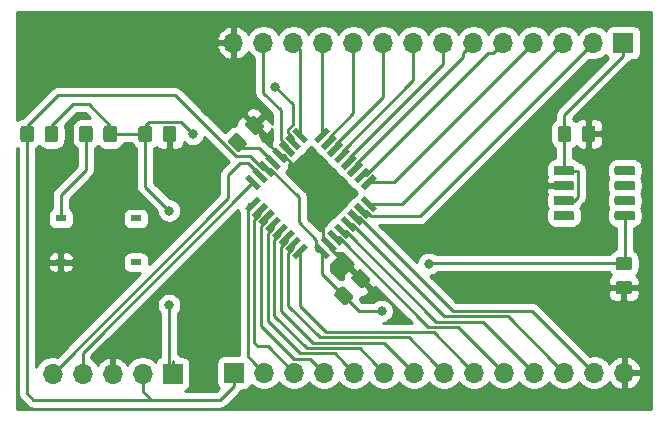
<source format=gbr>
G04 #@! TF.GenerationSoftware,KiCad,Pcbnew,(5.1.5-0-10_14)*
G04 #@! TF.CreationDate,2021-11-19T11:56:32-05:00*
G04 #@! TF.ProjectId,MinimalSAMD21,4d696e69-6d61-46c5-9341-4d4432312e6b,rev?*
G04 #@! TF.SameCoordinates,Original*
G04 #@! TF.FileFunction,Copper,L1,Top*
G04 #@! TF.FilePolarity,Positive*
%FSLAX46Y46*%
G04 Gerber Fmt 4.6, Leading zero omitted, Abs format (unit mm)*
G04 Created by KiCad (PCBNEW (5.1.5-0-10_14)) date 2021-11-19 11:56:32*
%MOMM*%
%LPD*%
G04 APERTURE LIST*
%ADD10C,0.100000*%
%ADD11R,0.952500X0.558800*%
%ADD12O,1.700000X1.700000*%
%ADD13R,1.700000X1.700000*%
%ADD14C,0.800000*%
%ADD15C,0.250000*%
%ADD16C,0.254000*%
G04 APERTURE END LIST*
G04 #@! TA.AperFunction,SMDPad,CuDef*
D10*
G36*
X167660900Y-87478412D02*
G01*
X167685168Y-87482012D01*
X167708967Y-87487973D01*
X167732066Y-87496238D01*
X167754245Y-87506728D01*
X167775288Y-87519340D01*
X167794994Y-87533955D01*
X167813172Y-87550431D01*
X168449569Y-88186828D01*
X168466045Y-88205006D01*
X168480660Y-88224712D01*
X168493272Y-88245755D01*
X168503762Y-88267934D01*
X168512027Y-88291033D01*
X168517988Y-88314832D01*
X168521588Y-88339100D01*
X168522792Y-88363604D01*
X168521588Y-88388108D01*
X168517988Y-88412376D01*
X168512027Y-88436175D01*
X168503762Y-88459274D01*
X168493272Y-88481453D01*
X168480660Y-88502496D01*
X168466045Y-88522202D01*
X168449569Y-88540380D01*
X167989948Y-89000001D01*
X167971770Y-89016477D01*
X167952064Y-89031092D01*
X167931021Y-89043704D01*
X167908842Y-89054194D01*
X167885743Y-89062459D01*
X167861944Y-89068420D01*
X167837676Y-89072020D01*
X167813172Y-89073224D01*
X167788668Y-89072020D01*
X167764400Y-89068420D01*
X167740601Y-89062459D01*
X167717502Y-89054194D01*
X167695323Y-89043704D01*
X167674280Y-89031092D01*
X167654574Y-89016477D01*
X167636396Y-89000001D01*
X166999999Y-88363604D01*
X166983523Y-88345426D01*
X166968908Y-88325720D01*
X166956296Y-88304677D01*
X166945806Y-88282498D01*
X166937541Y-88259399D01*
X166931580Y-88235600D01*
X166927980Y-88211332D01*
X166926776Y-88186828D01*
X166927980Y-88162324D01*
X166931580Y-88138056D01*
X166937541Y-88114257D01*
X166945806Y-88091158D01*
X166956296Y-88068979D01*
X166968908Y-88047936D01*
X166983523Y-88028230D01*
X166999999Y-88010052D01*
X167459620Y-87550431D01*
X167477798Y-87533955D01*
X167497504Y-87519340D01*
X167518547Y-87506728D01*
X167540726Y-87496238D01*
X167563825Y-87487973D01*
X167587624Y-87482012D01*
X167611892Y-87478412D01*
X167636396Y-87477208D01*
X167660900Y-87478412D01*
G37*
G04 #@! TD.AperFunction*
G04 #@! TA.AperFunction,SMDPad,CuDef*
G36*
X166211332Y-88927980D02*
G01*
X166235600Y-88931580D01*
X166259399Y-88937541D01*
X166282498Y-88945806D01*
X166304677Y-88956296D01*
X166325720Y-88968908D01*
X166345426Y-88983523D01*
X166363604Y-88999999D01*
X167000001Y-89636396D01*
X167016477Y-89654574D01*
X167031092Y-89674280D01*
X167043704Y-89695323D01*
X167054194Y-89717502D01*
X167062459Y-89740601D01*
X167068420Y-89764400D01*
X167072020Y-89788668D01*
X167073224Y-89813172D01*
X167072020Y-89837676D01*
X167068420Y-89861944D01*
X167062459Y-89885743D01*
X167054194Y-89908842D01*
X167043704Y-89931021D01*
X167031092Y-89952064D01*
X167016477Y-89971770D01*
X167000001Y-89989948D01*
X166540380Y-90449569D01*
X166522202Y-90466045D01*
X166502496Y-90480660D01*
X166481453Y-90493272D01*
X166459274Y-90503762D01*
X166436175Y-90512027D01*
X166412376Y-90517988D01*
X166388108Y-90521588D01*
X166363604Y-90522792D01*
X166339100Y-90521588D01*
X166314832Y-90517988D01*
X166291033Y-90512027D01*
X166267934Y-90503762D01*
X166245755Y-90493272D01*
X166224712Y-90480660D01*
X166205006Y-90466045D01*
X166186828Y-90449569D01*
X165550431Y-89813172D01*
X165533955Y-89794994D01*
X165519340Y-89775288D01*
X165506728Y-89754245D01*
X165496238Y-89732066D01*
X165487973Y-89708967D01*
X165482012Y-89685168D01*
X165478412Y-89660900D01*
X165477208Y-89636396D01*
X165478412Y-89611892D01*
X165482012Y-89587624D01*
X165487973Y-89563825D01*
X165496238Y-89540726D01*
X165506728Y-89518547D01*
X165519340Y-89497504D01*
X165533955Y-89477798D01*
X165550431Y-89459620D01*
X166010052Y-88999999D01*
X166028230Y-88983523D01*
X166047936Y-88968908D01*
X166068979Y-88956296D01*
X166091158Y-88945806D01*
X166114257Y-88937541D01*
X166138056Y-88931580D01*
X166162324Y-88927980D01*
X166186828Y-88926776D01*
X166211332Y-88927980D01*
G37*
G04 #@! TD.AperFunction*
D11*
X151326650Y-96161800D03*
X151326650Y-99870200D03*
X157689350Y-99870200D03*
X157689350Y-96161800D03*
D12*
X165945820Y-81280000D03*
X168485820Y-81280000D03*
X171025820Y-81280000D03*
X173565820Y-81280000D03*
X176105820Y-81280000D03*
X178645820Y-81280000D03*
X181185820Y-81280000D03*
X183725820Y-81280000D03*
X186265820Y-81280000D03*
X188805820Y-81280000D03*
X191345820Y-81280000D03*
X193885820Y-81280000D03*
X196425820Y-81280000D03*
D13*
X198965820Y-81280000D03*
D12*
X199020000Y-109220000D03*
X196480000Y-109220000D03*
X193940000Y-109220000D03*
X191400000Y-109220000D03*
X188860000Y-109220000D03*
X186320000Y-109220000D03*
X183780000Y-109220000D03*
X181240000Y-109220000D03*
X178700000Y-109220000D03*
X176160000Y-109220000D03*
X173620000Y-109220000D03*
X171080000Y-109220000D03*
X168540000Y-109220000D03*
D13*
X166000000Y-109220000D03*
D12*
X150630000Y-109300000D03*
X153170000Y-109300000D03*
X155710000Y-109300000D03*
X158250000Y-109300000D03*
D13*
X160790000Y-109300000D03*
G04 #@! TA.AperFunction,SMDPad,CuDef*
D10*
G36*
X155857505Y-88317204D02*
G01*
X155881773Y-88320804D01*
X155905572Y-88326765D01*
X155928671Y-88335030D01*
X155950850Y-88345520D01*
X155971893Y-88358132D01*
X155991599Y-88372747D01*
X156009777Y-88389223D01*
X156026253Y-88407401D01*
X156040868Y-88427107D01*
X156053480Y-88448150D01*
X156063970Y-88470329D01*
X156072235Y-88493428D01*
X156078196Y-88517227D01*
X156081796Y-88541495D01*
X156083000Y-88565999D01*
X156083000Y-89466001D01*
X156081796Y-89490505D01*
X156078196Y-89514773D01*
X156072235Y-89538572D01*
X156063970Y-89561671D01*
X156053480Y-89583850D01*
X156040868Y-89604893D01*
X156026253Y-89624599D01*
X156009777Y-89642777D01*
X155991599Y-89659253D01*
X155971893Y-89673868D01*
X155950850Y-89686480D01*
X155928671Y-89696970D01*
X155905572Y-89705235D01*
X155881773Y-89711196D01*
X155857505Y-89714796D01*
X155833001Y-89716000D01*
X155182999Y-89716000D01*
X155158495Y-89714796D01*
X155134227Y-89711196D01*
X155110428Y-89705235D01*
X155087329Y-89696970D01*
X155065150Y-89686480D01*
X155044107Y-89673868D01*
X155024401Y-89659253D01*
X155006223Y-89642777D01*
X154989747Y-89624599D01*
X154975132Y-89604893D01*
X154962520Y-89583850D01*
X154952030Y-89561671D01*
X154943765Y-89538572D01*
X154937804Y-89514773D01*
X154934204Y-89490505D01*
X154933000Y-89466001D01*
X154933000Y-88565999D01*
X154934204Y-88541495D01*
X154937804Y-88517227D01*
X154943765Y-88493428D01*
X154952030Y-88470329D01*
X154962520Y-88448150D01*
X154975132Y-88427107D01*
X154989747Y-88407401D01*
X155006223Y-88389223D01*
X155024401Y-88372747D01*
X155044107Y-88358132D01*
X155065150Y-88345520D01*
X155087329Y-88335030D01*
X155110428Y-88326765D01*
X155134227Y-88320804D01*
X155158495Y-88317204D01*
X155182999Y-88316000D01*
X155833001Y-88316000D01*
X155857505Y-88317204D01*
G37*
G04 #@! TD.AperFunction*
G04 #@! TA.AperFunction,SMDPad,CuDef*
G36*
X153807505Y-88317204D02*
G01*
X153831773Y-88320804D01*
X153855572Y-88326765D01*
X153878671Y-88335030D01*
X153900850Y-88345520D01*
X153921893Y-88358132D01*
X153941599Y-88372747D01*
X153959777Y-88389223D01*
X153976253Y-88407401D01*
X153990868Y-88427107D01*
X154003480Y-88448150D01*
X154013970Y-88470329D01*
X154022235Y-88493428D01*
X154028196Y-88517227D01*
X154031796Y-88541495D01*
X154033000Y-88565999D01*
X154033000Y-89466001D01*
X154031796Y-89490505D01*
X154028196Y-89514773D01*
X154022235Y-89538572D01*
X154013970Y-89561671D01*
X154003480Y-89583850D01*
X153990868Y-89604893D01*
X153976253Y-89624599D01*
X153959777Y-89642777D01*
X153941599Y-89659253D01*
X153921893Y-89673868D01*
X153900850Y-89686480D01*
X153878671Y-89696970D01*
X153855572Y-89705235D01*
X153831773Y-89711196D01*
X153807505Y-89714796D01*
X153783001Y-89716000D01*
X153132999Y-89716000D01*
X153108495Y-89714796D01*
X153084227Y-89711196D01*
X153060428Y-89705235D01*
X153037329Y-89696970D01*
X153015150Y-89686480D01*
X152994107Y-89673868D01*
X152974401Y-89659253D01*
X152956223Y-89642777D01*
X152939747Y-89624599D01*
X152925132Y-89604893D01*
X152912520Y-89583850D01*
X152902030Y-89561671D01*
X152893765Y-89538572D01*
X152887804Y-89514773D01*
X152884204Y-89490505D01*
X152883000Y-89466001D01*
X152883000Y-88565999D01*
X152884204Y-88541495D01*
X152887804Y-88517227D01*
X152893765Y-88493428D01*
X152902030Y-88470329D01*
X152912520Y-88448150D01*
X152925132Y-88427107D01*
X152939747Y-88407401D01*
X152956223Y-88389223D01*
X152974401Y-88372747D01*
X152994107Y-88358132D01*
X153015150Y-88345520D01*
X153037329Y-88335030D01*
X153060428Y-88326765D01*
X153084227Y-88320804D01*
X153108495Y-88317204D01*
X153132999Y-88316000D01*
X153783001Y-88316000D01*
X153807505Y-88317204D01*
G37*
G04 #@! TD.AperFunction*
G04 #@! TA.AperFunction,SMDPad,CuDef*
G36*
X150882505Y-88317204D02*
G01*
X150906773Y-88320804D01*
X150930572Y-88326765D01*
X150953671Y-88335030D01*
X150975850Y-88345520D01*
X150996893Y-88358132D01*
X151016599Y-88372747D01*
X151034777Y-88389223D01*
X151051253Y-88407401D01*
X151065868Y-88427107D01*
X151078480Y-88448150D01*
X151088970Y-88470329D01*
X151097235Y-88493428D01*
X151103196Y-88517227D01*
X151106796Y-88541495D01*
X151108000Y-88565999D01*
X151108000Y-89466001D01*
X151106796Y-89490505D01*
X151103196Y-89514773D01*
X151097235Y-89538572D01*
X151088970Y-89561671D01*
X151078480Y-89583850D01*
X151065868Y-89604893D01*
X151051253Y-89624599D01*
X151034777Y-89642777D01*
X151016599Y-89659253D01*
X150996893Y-89673868D01*
X150975850Y-89686480D01*
X150953671Y-89696970D01*
X150930572Y-89705235D01*
X150906773Y-89711196D01*
X150882505Y-89714796D01*
X150858001Y-89716000D01*
X150207999Y-89716000D01*
X150183495Y-89714796D01*
X150159227Y-89711196D01*
X150135428Y-89705235D01*
X150112329Y-89696970D01*
X150090150Y-89686480D01*
X150069107Y-89673868D01*
X150049401Y-89659253D01*
X150031223Y-89642777D01*
X150014747Y-89624599D01*
X150000132Y-89604893D01*
X149987520Y-89583850D01*
X149977030Y-89561671D01*
X149968765Y-89538572D01*
X149962804Y-89514773D01*
X149959204Y-89490505D01*
X149958000Y-89466001D01*
X149958000Y-88565999D01*
X149959204Y-88541495D01*
X149962804Y-88517227D01*
X149968765Y-88493428D01*
X149977030Y-88470329D01*
X149987520Y-88448150D01*
X150000132Y-88427107D01*
X150014747Y-88407401D01*
X150031223Y-88389223D01*
X150049401Y-88372747D01*
X150069107Y-88358132D01*
X150090150Y-88345520D01*
X150112329Y-88335030D01*
X150135428Y-88326765D01*
X150159227Y-88320804D01*
X150183495Y-88317204D01*
X150207999Y-88316000D01*
X150858001Y-88316000D01*
X150882505Y-88317204D01*
G37*
G04 #@! TD.AperFunction*
G04 #@! TA.AperFunction,SMDPad,CuDef*
G36*
X148832505Y-88317204D02*
G01*
X148856773Y-88320804D01*
X148880572Y-88326765D01*
X148903671Y-88335030D01*
X148925850Y-88345520D01*
X148946893Y-88358132D01*
X148966599Y-88372747D01*
X148984777Y-88389223D01*
X149001253Y-88407401D01*
X149015868Y-88427107D01*
X149028480Y-88448150D01*
X149038970Y-88470329D01*
X149047235Y-88493428D01*
X149053196Y-88517227D01*
X149056796Y-88541495D01*
X149058000Y-88565999D01*
X149058000Y-89466001D01*
X149056796Y-89490505D01*
X149053196Y-89514773D01*
X149047235Y-89538572D01*
X149038970Y-89561671D01*
X149028480Y-89583850D01*
X149015868Y-89604893D01*
X149001253Y-89624599D01*
X148984777Y-89642777D01*
X148966599Y-89659253D01*
X148946893Y-89673868D01*
X148925850Y-89686480D01*
X148903671Y-89696970D01*
X148880572Y-89705235D01*
X148856773Y-89711196D01*
X148832505Y-89714796D01*
X148808001Y-89716000D01*
X148157999Y-89716000D01*
X148133495Y-89714796D01*
X148109227Y-89711196D01*
X148085428Y-89705235D01*
X148062329Y-89696970D01*
X148040150Y-89686480D01*
X148019107Y-89673868D01*
X147999401Y-89659253D01*
X147981223Y-89642777D01*
X147964747Y-89624599D01*
X147950132Y-89604893D01*
X147937520Y-89583850D01*
X147927030Y-89561671D01*
X147918765Y-89538572D01*
X147912804Y-89514773D01*
X147909204Y-89490505D01*
X147908000Y-89466001D01*
X147908000Y-88565999D01*
X147909204Y-88541495D01*
X147912804Y-88517227D01*
X147918765Y-88493428D01*
X147927030Y-88470329D01*
X147937520Y-88448150D01*
X147950132Y-88427107D01*
X147964747Y-88407401D01*
X147981223Y-88389223D01*
X147999401Y-88372747D01*
X148019107Y-88358132D01*
X148040150Y-88345520D01*
X148062329Y-88335030D01*
X148085428Y-88326765D01*
X148109227Y-88320804D01*
X148133495Y-88317204D01*
X148157999Y-88316000D01*
X148808001Y-88316000D01*
X148832505Y-88317204D01*
G37*
G04 #@! TD.AperFunction*
G04 #@! TA.AperFunction,SMDPad,CuDef*
G36*
X176660900Y-100478412D02*
G01*
X176685168Y-100482012D01*
X176708967Y-100487973D01*
X176732066Y-100496238D01*
X176754245Y-100506728D01*
X176775288Y-100519340D01*
X176794994Y-100533955D01*
X176813172Y-100550431D01*
X177449569Y-101186828D01*
X177466045Y-101205006D01*
X177480660Y-101224712D01*
X177493272Y-101245755D01*
X177503762Y-101267934D01*
X177512027Y-101291033D01*
X177517988Y-101314832D01*
X177521588Y-101339100D01*
X177522792Y-101363604D01*
X177521588Y-101388108D01*
X177517988Y-101412376D01*
X177512027Y-101436175D01*
X177503762Y-101459274D01*
X177493272Y-101481453D01*
X177480660Y-101502496D01*
X177466045Y-101522202D01*
X177449569Y-101540380D01*
X176989948Y-102000001D01*
X176971770Y-102016477D01*
X176952064Y-102031092D01*
X176931021Y-102043704D01*
X176908842Y-102054194D01*
X176885743Y-102062459D01*
X176861944Y-102068420D01*
X176837676Y-102072020D01*
X176813172Y-102073224D01*
X176788668Y-102072020D01*
X176764400Y-102068420D01*
X176740601Y-102062459D01*
X176717502Y-102054194D01*
X176695323Y-102043704D01*
X176674280Y-102031092D01*
X176654574Y-102016477D01*
X176636396Y-102000001D01*
X175999999Y-101363604D01*
X175983523Y-101345426D01*
X175968908Y-101325720D01*
X175956296Y-101304677D01*
X175945806Y-101282498D01*
X175937541Y-101259399D01*
X175931580Y-101235600D01*
X175927980Y-101211332D01*
X175926776Y-101186828D01*
X175927980Y-101162324D01*
X175931580Y-101138056D01*
X175937541Y-101114257D01*
X175945806Y-101091158D01*
X175956296Y-101068979D01*
X175968908Y-101047936D01*
X175983523Y-101028230D01*
X175999999Y-101010052D01*
X176459620Y-100550431D01*
X176477798Y-100533955D01*
X176497504Y-100519340D01*
X176518547Y-100506728D01*
X176540726Y-100496238D01*
X176563825Y-100487973D01*
X176587624Y-100482012D01*
X176611892Y-100478412D01*
X176636396Y-100477208D01*
X176660900Y-100478412D01*
G37*
G04 #@! TD.AperFunction*
G04 #@! TA.AperFunction,SMDPad,CuDef*
G36*
X175211332Y-101927980D02*
G01*
X175235600Y-101931580D01*
X175259399Y-101937541D01*
X175282498Y-101945806D01*
X175304677Y-101956296D01*
X175325720Y-101968908D01*
X175345426Y-101983523D01*
X175363604Y-101999999D01*
X176000001Y-102636396D01*
X176016477Y-102654574D01*
X176031092Y-102674280D01*
X176043704Y-102695323D01*
X176054194Y-102717502D01*
X176062459Y-102740601D01*
X176068420Y-102764400D01*
X176072020Y-102788668D01*
X176073224Y-102813172D01*
X176072020Y-102837676D01*
X176068420Y-102861944D01*
X176062459Y-102885743D01*
X176054194Y-102908842D01*
X176043704Y-102931021D01*
X176031092Y-102952064D01*
X176016477Y-102971770D01*
X176000001Y-102989948D01*
X175540380Y-103449569D01*
X175522202Y-103466045D01*
X175502496Y-103480660D01*
X175481453Y-103493272D01*
X175459274Y-103503762D01*
X175436175Y-103512027D01*
X175412376Y-103517988D01*
X175388108Y-103521588D01*
X175363604Y-103522792D01*
X175339100Y-103521588D01*
X175314832Y-103517988D01*
X175291033Y-103512027D01*
X175267934Y-103503762D01*
X175245755Y-103493272D01*
X175224712Y-103480660D01*
X175205006Y-103466045D01*
X175186828Y-103449569D01*
X174550431Y-102813172D01*
X174533955Y-102794994D01*
X174519340Y-102775288D01*
X174506728Y-102754245D01*
X174496238Y-102732066D01*
X174487973Y-102708967D01*
X174482012Y-102685168D01*
X174478412Y-102660900D01*
X174477208Y-102636396D01*
X174478412Y-102611892D01*
X174482012Y-102587624D01*
X174487973Y-102563825D01*
X174496238Y-102540726D01*
X174506728Y-102518547D01*
X174519340Y-102497504D01*
X174533955Y-102477798D01*
X174550431Y-102459620D01*
X175010052Y-101999999D01*
X175028230Y-101983523D01*
X175047936Y-101968908D01*
X175068979Y-101956296D01*
X175091158Y-101945806D01*
X175114257Y-101937541D01*
X175138056Y-101931580D01*
X175162324Y-101927980D01*
X175186828Y-101926776D01*
X175211332Y-101927980D01*
G37*
G04 #@! TD.AperFunction*
G04 #@! TA.AperFunction,SMDPad,CuDef*
G36*
X160882505Y-88317204D02*
G01*
X160906773Y-88320804D01*
X160930572Y-88326765D01*
X160953671Y-88335030D01*
X160975850Y-88345520D01*
X160996893Y-88358132D01*
X161016599Y-88372747D01*
X161034777Y-88389223D01*
X161051253Y-88407401D01*
X161065868Y-88427107D01*
X161078480Y-88448150D01*
X161088970Y-88470329D01*
X161097235Y-88493428D01*
X161103196Y-88517227D01*
X161106796Y-88541495D01*
X161108000Y-88565999D01*
X161108000Y-89466001D01*
X161106796Y-89490505D01*
X161103196Y-89514773D01*
X161097235Y-89538572D01*
X161088970Y-89561671D01*
X161078480Y-89583850D01*
X161065868Y-89604893D01*
X161051253Y-89624599D01*
X161034777Y-89642777D01*
X161016599Y-89659253D01*
X160996893Y-89673868D01*
X160975850Y-89686480D01*
X160953671Y-89696970D01*
X160930572Y-89705235D01*
X160906773Y-89711196D01*
X160882505Y-89714796D01*
X160858001Y-89716000D01*
X160207999Y-89716000D01*
X160183495Y-89714796D01*
X160159227Y-89711196D01*
X160135428Y-89705235D01*
X160112329Y-89696970D01*
X160090150Y-89686480D01*
X160069107Y-89673868D01*
X160049401Y-89659253D01*
X160031223Y-89642777D01*
X160014747Y-89624599D01*
X160000132Y-89604893D01*
X159987520Y-89583850D01*
X159977030Y-89561671D01*
X159968765Y-89538572D01*
X159962804Y-89514773D01*
X159959204Y-89490505D01*
X159958000Y-89466001D01*
X159958000Y-88565999D01*
X159959204Y-88541495D01*
X159962804Y-88517227D01*
X159968765Y-88493428D01*
X159977030Y-88470329D01*
X159987520Y-88448150D01*
X160000132Y-88427107D01*
X160014747Y-88407401D01*
X160031223Y-88389223D01*
X160049401Y-88372747D01*
X160069107Y-88358132D01*
X160090150Y-88345520D01*
X160112329Y-88335030D01*
X160135428Y-88326765D01*
X160159227Y-88320804D01*
X160183495Y-88317204D01*
X160207999Y-88316000D01*
X160858001Y-88316000D01*
X160882505Y-88317204D01*
G37*
G04 #@! TD.AperFunction*
G04 #@! TA.AperFunction,SMDPad,CuDef*
G36*
X158832505Y-88317204D02*
G01*
X158856773Y-88320804D01*
X158880572Y-88326765D01*
X158903671Y-88335030D01*
X158925850Y-88345520D01*
X158946893Y-88358132D01*
X158966599Y-88372747D01*
X158984777Y-88389223D01*
X159001253Y-88407401D01*
X159015868Y-88427107D01*
X159028480Y-88448150D01*
X159038970Y-88470329D01*
X159047235Y-88493428D01*
X159053196Y-88517227D01*
X159056796Y-88541495D01*
X159058000Y-88565999D01*
X159058000Y-89466001D01*
X159056796Y-89490505D01*
X159053196Y-89514773D01*
X159047235Y-89538572D01*
X159038970Y-89561671D01*
X159028480Y-89583850D01*
X159015868Y-89604893D01*
X159001253Y-89624599D01*
X158984777Y-89642777D01*
X158966599Y-89659253D01*
X158946893Y-89673868D01*
X158925850Y-89686480D01*
X158903671Y-89696970D01*
X158880572Y-89705235D01*
X158856773Y-89711196D01*
X158832505Y-89714796D01*
X158808001Y-89716000D01*
X158157999Y-89716000D01*
X158133495Y-89714796D01*
X158109227Y-89711196D01*
X158085428Y-89705235D01*
X158062329Y-89696970D01*
X158040150Y-89686480D01*
X158019107Y-89673868D01*
X157999401Y-89659253D01*
X157981223Y-89642777D01*
X157964747Y-89624599D01*
X157950132Y-89604893D01*
X157937520Y-89583850D01*
X157927030Y-89561671D01*
X157918765Y-89538572D01*
X157912804Y-89514773D01*
X157909204Y-89490505D01*
X157908000Y-89466001D01*
X157908000Y-88565999D01*
X157909204Y-88541495D01*
X157912804Y-88517227D01*
X157918765Y-88493428D01*
X157927030Y-88470329D01*
X157937520Y-88448150D01*
X157950132Y-88427107D01*
X157964747Y-88407401D01*
X157981223Y-88389223D01*
X157999401Y-88372747D01*
X158019107Y-88358132D01*
X158040150Y-88345520D01*
X158062329Y-88335030D01*
X158085428Y-88326765D01*
X158109227Y-88320804D01*
X158133495Y-88317204D01*
X158157999Y-88316000D01*
X158808001Y-88316000D01*
X158832505Y-88317204D01*
G37*
G04 #@! TD.AperFunction*
G04 #@! TA.AperFunction,SMDPad,CuDef*
G36*
X168315990Y-94607424D02*
G01*
X167274280Y-95649134D01*
X166915070Y-95289924D01*
X167956780Y-94248214D01*
X168315990Y-94607424D01*
G37*
G04 #@! TD.AperFunction*
G04 #@! TA.AperFunction,SMDPad,CuDef*
G36*
X168881674Y-95173108D02*
G01*
X167839964Y-96214818D01*
X167480754Y-95855608D01*
X168522464Y-94813898D01*
X168881674Y-95173108D01*
G37*
G04 #@! TD.AperFunction*
G04 #@! TA.AperFunction,SMDPad,CuDef*
G36*
X169447360Y-95738794D02*
G01*
X168405650Y-96780504D01*
X168046440Y-96421294D01*
X169088150Y-95379584D01*
X169447360Y-95738794D01*
G37*
G04 #@! TD.AperFunction*
G04 #@! TA.AperFunction,SMDPad,CuDef*
G36*
X170013046Y-96304480D02*
G01*
X168971336Y-97346190D01*
X168612126Y-96986980D01*
X169653836Y-95945270D01*
X170013046Y-96304480D01*
G37*
G04 #@! TD.AperFunction*
G04 #@! TA.AperFunction,SMDPad,CuDef*
G36*
X170578730Y-96870164D02*
G01*
X169537020Y-97911874D01*
X169177810Y-97552664D01*
X170219520Y-96510954D01*
X170578730Y-96870164D01*
G37*
G04 #@! TD.AperFunction*
G04 #@! TA.AperFunction,SMDPad,CuDef*
G36*
X171144416Y-97435850D02*
G01*
X170102706Y-98477560D01*
X169743496Y-98118350D01*
X170785206Y-97076640D01*
X171144416Y-97435850D01*
G37*
G04 #@! TD.AperFunction*
G04 #@! TA.AperFunction,SMDPad,CuDef*
G36*
X171710101Y-98001535D02*
G01*
X170668391Y-99043245D01*
X170309181Y-98684035D01*
X171350891Y-97642325D01*
X171710101Y-98001535D01*
G37*
G04 #@! TD.AperFunction*
G04 #@! TA.AperFunction,SMDPad,CuDef*
G36*
X172275786Y-98567220D02*
G01*
X171234076Y-99608930D01*
X170874866Y-99249720D01*
X171916576Y-98208010D01*
X172275786Y-98567220D01*
G37*
G04 #@! TD.AperFunction*
G04 #@! TA.AperFunction,SMDPad,CuDef*
G36*
X173781924Y-99608930D02*
G01*
X172740214Y-98567220D01*
X173099424Y-98208010D01*
X174141134Y-99249720D01*
X173781924Y-99608930D01*
G37*
G04 #@! TD.AperFunction*
G04 #@! TA.AperFunction,SMDPad,CuDef*
G36*
X174347608Y-99043246D02*
G01*
X173305898Y-98001536D01*
X173665108Y-97642326D01*
X174706818Y-98684036D01*
X174347608Y-99043246D01*
G37*
G04 #@! TD.AperFunction*
G04 #@! TA.AperFunction,SMDPad,CuDef*
G36*
X174913294Y-98477560D02*
G01*
X173871584Y-97435850D01*
X174230794Y-97076640D01*
X175272504Y-98118350D01*
X174913294Y-98477560D01*
G37*
G04 #@! TD.AperFunction*
G04 #@! TA.AperFunction,SMDPad,CuDef*
G36*
X175478980Y-97911874D02*
G01*
X174437270Y-96870164D01*
X174796480Y-96510954D01*
X175838190Y-97552664D01*
X175478980Y-97911874D01*
G37*
G04 #@! TD.AperFunction*
G04 #@! TA.AperFunction,SMDPad,CuDef*
G36*
X176044664Y-97346190D02*
G01*
X175002954Y-96304480D01*
X175362164Y-95945270D01*
X176403874Y-96986980D01*
X176044664Y-97346190D01*
G37*
G04 #@! TD.AperFunction*
G04 #@! TA.AperFunction,SMDPad,CuDef*
G36*
X176610350Y-96780504D02*
G01*
X175568640Y-95738794D01*
X175927850Y-95379584D01*
X176969560Y-96421294D01*
X176610350Y-96780504D01*
G37*
G04 #@! TD.AperFunction*
G04 #@! TA.AperFunction,SMDPad,CuDef*
G36*
X177176035Y-96214819D02*
G01*
X176134325Y-95173109D01*
X176493535Y-94813899D01*
X177535245Y-95855609D01*
X177176035Y-96214819D01*
G37*
G04 #@! TD.AperFunction*
G04 #@! TA.AperFunction,SMDPad,CuDef*
G36*
X177741720Y-95649134D02*
G01*
X176700010Y-94607424D01*
X177059220Y-94248214D01*
X178100930Y-95289924D01*
X177741720Y-95649134D01*
G37*
G04 #@! TD.AperFunction*
G04 #@! TA.AperFunction,SMDPad,CuDef*
G36*
X178100930Y-92742076D02*
G01*
X177059220Y-93783786D01*
X176700010Y-93424576D01*
X177741720Y-92382866D01*
X178100930Y-92742076D01*
G37*
G04 #@! TD.AperFunction*
G04 #@! TA.AperFunction,SMDPad,CuDef*
G36*
X177535246Y-92176392D02*
G01*
X176493536Y-93218102D01*
X176134326Y-92858892D01*
X177176036Y-91817182D01*
X177535246Y-92176392D01*
G37*
G04 #@! TD.AperFunction*
G04 #@! TA.AperFunction,SMDPad,CuDef*
G36*
X176969560Y-91610706D02*
G01*
X175927850Y-92652416D01*
X175568640Y-92293206D01*
X176610350Y-91251496D01*
X176969560Y-91610706D01*
G37*
G04 #@! TD.AperFunction*
G04 #@! TA.AperFunction,SMDPad,CuDef*
G36*
X176403874Y-91045020D02*
G01*
X175362164Y-92086730D01*
X175002954Y-91727520D01*
X176044664Y-90685810D01*
X176403874Y-91045020D01*
G37*
G04 #@! TD.AperFunction*
G04 #@! TA.AperFunction,SMDPad,CuDef*
G36*
X175838190Y-90479336D02*
G01*
X174796480Y-91521046D01*
X174437270Y-91161836D01*
X175478980Y-90120126D01*
X175838190Y-90479336D01*
G37*
G04 #@! TD.AperFunction*
G04 #@! TA.AperFunction,SMDPad,CuDef*
G36*
X175272504Y-89913650D02*
G01*
X174230794Y-90955360D01*
X173871584Y-90596150D01*
X174913294Y-89554440D01*
X175272504Y-89913650D01*
G37*
G04 #@! TD.AperFunction*
G04 #@! TA.AperFunction,SMDPad,CuDef*
G36*
X174706819Y-89347965D02*
G01*
X173665109Y-90389675D01*
X173305899Y-90030465D01*
X174347609Y-88988755D01*
X174706819Y-89347965D01*
G37*
G04 #@! TD.AperFunction*
G04 #@! TA.AperFunction,SMDPad,CuDef*
G36*
X174141134Y-88782280D02*
G01*
X173099424Y-89823990D01*
X172740214Y-89464780D01*
X173781924Y-88423070D01*
X174141134Y-88782280D01*
G37*
G04 #@! TD.AperFunction*
G04 #@! TA.AperFunction,SMDPad,CuDef*
G36*
X171916576Y-89823990D02*
G01*
X170874866Y-88782280D01*
X171234076Y-88423070D01*
X172275786Y-89464780D01*
X171916576Y-89823990D01*
G37*
G04 #@! TD.AperFunction*
G04 #@! TA.AperFunction,SMDPad,CuDef*
G36*
X171350892Y-90389674D02*
G01*
X170309182Y-89347964D01*
X170668392Y-88988754D01*
X171710102Y-90030464D01*
X171350892Y-90389674D01*
G37*
G04 #@! TD.AperFunction*
G04 #@! TA.AperFunction,SMDPad,CuDef*
G36*
X170785206Y-90955360D02*
G01*
X169743496Y-89913650D01*
X170102706Y-89554440D01*
X171144416Y-90596150D01*
X170785206Y-90955360D01*
G37*
G04 #@! TD.AperFunction*
G04 #@! TA.AperFunction,SMDPad,CuDef*
G36*
X170219520Y-91521046D02*
G01*
X169177810Y-90479336D01*
X169537020Y-90120126D01*
X170578730Y-91161836D01*
X170219520Y-91521046D01*
G37*
G04 #@! TD.AperFunction*
G04 #@! TA.AperFunction,SMDPad,CuDef*
G36*
X169653836Y-92086730D02*
G01*
X168612126Y-91045020D01*
X168971336Y-90685810D01*
X170013046Y-91727520D01*
X169653836Y-92086730D01*
G37*
G04 #@! TD.AperFunction*
G04 #@! TA.AperFunction,SMDPad,CuDef*
G36*
X169088150Y-92652416D02*
G01*
X168046440Y-91610706D01*
X168405650Y-91251496D01*
X169447360Y-92293206D01*
X169088150Y-92652416D01*
G37*
G04 #@! TD.AperFunction*
G04 #@! TA.AperFunction,SMDPad,CuDef*
G36*
X168522465Y-93218101D02*
G01*
X167480755Y-92176391D01*
X167839965Y-91817181D01*
X168881675Y-92858891D01*
X168522465Y-93218101D01*
G37*
G04 #@! TD.AperFunction*
G04 #@! TA.AperFunction,SMDPad,CuDef*
G36*
X167956780Y-93783786D02*
G01*
X166915070Y-92742076D01*
X167274280Y-92382866D01*
X168315990Y-93424576D01*
X167956780Y-93783786D01*
G37*
G04 #@! TD.AperFunction*
G04 #@! TA.AperFunction,SMDPad,CuDef*
G36*
X199777603Y-91711963D02*
G01*
X199797018Y-91714843D01*
X199816057Y-91719612D01*
X199834537Y-91726224D01*
X199852279Y-91734616D01*
X199869114Y-91744706D01*
X199884879Y-91756398D01*
X199899421Y-91769579D01*
X199912602Y-91784121D01*
X199924294Y-91799886D01*
X199934384Y-91816721D01*
X199942776Y-91834463D01*
X199949388Y-91852943D01*
X199954157Y-91871982D01*
X199957037Y-91891397D01*
X199958000Y-91911000D01*
X199958000Y-92311000D01*
X199957037Y-92330603D01*
X199954157Y-92350018D01*
X199949388Y-92369057D01*
X199942776Y-92387537D01*
X199934384Y-92405279D01*
X199924294Y-92422114D01*
X199912602Y-92437879D01*
X199899421Y-92452421D01*
X199884879Y-92465602D01*
X199869114Y-92477294D01*
X199852279Y-92487384D01*
X199834537Y-92495776D01*
X199816057Y-92502388D01*
X199797018Y-92507157D01*
X199777603Y-92510037D01*
X199758000Y-92511000D01*
X198408000Y-92511000D01*
X198388397Y-92510037D01*
X198368982Y-92507157D01*
X198349943Y-92502388D01*
X198331463Y-92495776D01*
X198313721Y-92487384D01*
X198296886Y-92477294D01*
X198281121Y-92465602D01*
X198266579Y-92452421D01*
X198253398Y-92437879D01*
X198241706Y-92422114D01*
X198231616Y-92405279D01*
X198223224Y-92387537D01*
X198216612Y-92369057D01*
X198211843Y-92350018D01*
X198208963Y-92330603D01*
X198208000Y-92311000D01*
X198208000Y-91911000D01*
X198208963Y-91891397D01*
X198211843Y-91871982D01*
X198216612Y-91852943D01*
X198223224Y-91834463D01*
X198231616Y-91816721D01*
X198241706Y-91799886D01*
X198253398Y-91784121D01*
X198266579Y-91769579D01*
X198281121Y-91756398D01*
X198296886Y-91744706D01*
X198313721Y-91734616D01*
X198331463Y-91726224D01*
X198349943Y-91719612D01*
X198368982Y-91714843D01*
X198388397Y-91711963D01*
X198408000Y-91711000D01*
X199758000Y-91711000D01*
X199777603Y-91711963D01*
G37*
G04 #@! TD.AperFunction*
G04 #@! TA.AperFunction,SMDPad,CuDef*
G36*
X199777603Y-92981963D02*
G01*
X199797018Y-92984843D01*
X199816057Y-92989612D01*
X199834537Y-92996224D01*
X199852279Y-93004616D01*
X199869114Y-93014706D01*
X199884879Y-93026398D01*
X199899421Y-93039579D01*
X199912602Y-93054121D01*
X199924294Y-93069886D01*
X199934384Y-93086721D01*
X199942776Y-93104463D01*
X199949388Y-93122943D01*
X199954157Y-93141982D01*
X199957037Y-93161397D01*
X199958000Y-93181000D01*
X199958000Y-93581000D01*
X199957037Y-93600603D01*
X199954157Y-93620018D01*
X199949388Y-93639057D01*
X199942776Y-93657537D01*
X199934384Y-93675279D01*
X199924294Y-93692114D01*
X199912602Y-93707879D01*
X199899421Y-93722421D01*
X199884879Y-93735602D01*
X199869114Y-93747294D01*
X199852279Y-93757384D01*
X199834537Y-93765776D01*
X199816057Y-93772388D01*
X199797018Y-93777157D01*
X199777603Y-93780037D01*
X199758000Y-93781000D01*
X198408000Y-93781000D01*
X198388397Y-93780037D01*
X198368982Y-93777157D01*
X198349943Y-93772388D01*
X198331463Y-93765776D01*
X198313721Y-93757384D01*
X198296886Y-93747294D01*
X198281121Y-93735602D01*
X198266579Y-93722421D01*
X198253398Y-93707879D01*
X198241706Y-93692114D01*
X198231616Y-93675279D01*
X198223224Y-93657537D01*
X198216612Y-93639057D01*
X198211843Y-93620018D01*
X198208963Y-93600603D01*
X198208000Y-93581000D01*
X198208000Y-93181000D01*
X198208963Y-93161397D01*
X198211843Y-93141982D01*
X198216612Y-93122943D01*
X198223224Y-93104463D01*
X198231616Y-93086721D01*
X198241706Y-93069886D01*
X198253398Y-93054121D01*
X198266579Y-93039579D01*
X198281121Y-93026398D01*
X198296886Y-93014706D01*
X198313721Y-93004616D01*
X198331463Y-92996224D01*
X198349943Y-92989612D01*
X198368982Y-92984843D01*
X198388397Y-92981963D01*
X198408000Y-92981000D01*
X199758000Y-92981000D01*
X199777603Y-92981963D01*
G37*
G04 #@! TD.AperFunction*
G04 #@! TA.AperFunction,SMDPad,CuDef*
G36*
X199777603Y-94251963D02*
G01*
X199797018Y-94254843D01*
X199816057Y-94259612D01*
X199834537Y-94266224D01*
X199852279Y-94274616D01*
X199869114Y-94284706D01*
X199884879Y-94296398D01*
X199899421Y-94309579D01*
X199912602Y-94324121D01*
X199924294Y-94339886D01*
X199934384Y-94356721D01*
X199942776Y-94374463D01*
X199949388Y-94392943D01*
X199954157Y-94411982D01*
X199957037Y-94431397D01*
X199958000Y-94451000D01*
X199958000Y-94851000D01*
X199957037Y-94870603D01*
X199954157Y-94890018D01*
X199949388Y-94909057D01*
X199942776Y-94927537D01*
X199934384Y-94945279D01*
X199924294Y-94962114D01*
X199912602Y-94977879D01*
X199899421Y-94992421D01*
X199884879Y-95005602D01*
X199869114Y-95017294D01*
X199852279Y-95027384D01*
X199834537Y-95035776D01*
X199816057Y-95042388D01*
X199797018Y-95047157D01*
X199777603Y-95050037D01*
X199758000Y-95051000D01*
X198408000Y-95051000D01*
X198388397Y-95050037D01*
X198368982Y-95047157D01*
X198349943Y-95042388D01*
X198331463Y-95035776D01*
X198313721Y-95027384D01*
X198296886Y-95017294D01*
X198281121Y-95005602D01*
X198266579Y-94992421D01*
X198253398Y-94977879D01*
X198241706Y-94962114D01*
X198231616Y-94945279D01*
X198223224Y-94927537D01*
X198216612Y-94909057D01*
X198211843Y-94890018D01*
X198208963Y-94870603D01*
X198208000Y-94851000D01*
X198208000Y-94451000D01*
X198208963Y-94431397D01*
X198211843Y-94411982D01*
X198216612Y-94392943D01*
X198223224Y-94374463D01*
X198231616Y-94356721D01*
X198241706Y-94339886D01*
X198253398Y-94324121D01*
X198266579Y-94309579D01*
X198281121Y-94296398D01*
X198296886Y-94284706D01*
X198313721Y-94274616D01*
X198331463Y-94266224D01*
X198349943Y-94259612D01*
X198368982Y-94254843D01*
X198388397Y-94251963D01*
X198408000Y-94251000D01*
X199758000Y-94251000D01*
X199777603Y-94251963D01*
G37*
G04 #@! TD.AperFunction*
G04 #@! TA.AperFunction,SMDPad,CuDef*
G36*
X199777603Y-95521963D02*
G01*
X199797018Y-95524843D01*
X199816057Y-95529612D01*
X199834537Y-95536224D01*
X199852279Y-95544616D01*
X199869114Y-95554706D01*
X199884879Y-95566398D01*
X199899421Y-95579579D01*
X199912602Y-95594121D01*
X199924294Y-95609886D01*
X199934384Y-95626721D01*
X199942776Y-95644463D01*
X199949388Y-95662943D01*
X199954157Y-95681982D01*
X199957037Y-95701397D01*
X199958000Y-95721000D01*
X199958000Y-96121000D01*
X199957037Y-96140603D01*
X199954157Y-96160018D01*
X199949388Y-96179057D01*
X199942776Y-96197537D01*
X199934384Y-96215279D01*
X199924294Y-96232114D01*
X199912602Y-96247879D01*
X199899421Y-96262421D01*
X199884879Y-96275602D01*
X199869114Y-96287294D01*
X199852279Y-96297384D01*
X199834537Y-96305776D01*
X199816057Y-96312388D01*
X199797018Y-96317157D01*
X199777603Y-96320037D01*
X199758000Y-96321000D01*
X198408000Y-96321000D01*
X198388397Y-96320037D01*
X198368982Y-96317157D01*
X198349943Y-96312388D01*
X198331463Y-96305776D01*
X198313721Y-96297384D01*
X198296886Y-96287294D01*
X198281121Y-96275602D01*
X198266579Y-96262421D01*
X198253398Y-96247879D01*
X198241706Y-96232114D01*
X198231616Y-96215279D01*
X198223224Y-96197537D01*
X198216612Y-96179057D01*
X198211843Y-96160018D01*
X198208963Y-96140603D01*
X198208000Y-96121000D01*
X198208000Y-95721000D01*
X198208963Y-95701397D01*
X198211843Y-95681982D01*
X198216612Y-95662943D01*
X198223224Y-95644463D01*
X198231616Y-95626721D01*
X198241706Y-95609886D01*
X198253398Y-95594121D01*
X198266579Y-95579579D01*
X198281121Y-95566398D01*
X198296886Y-95554706D01*
X198313721Y-95544616D01*
X198331463Y-95536224D01*
X198349943Y-95529612D01*
X198368982Y-95524843D01*
X198388397Y-95521963D01*
X198408000Y-95521000D01*
X199758000Y-95521000D01*
X199777603Y-95521963D01*
G37*
G04 #@! TD.AperFunction*
G04 #@! TA.AperFunction,SMDPad,CuDef*
G36*
X194627603Y-95521963D02*
G01*
X194647018Y-95524843D01*
X194666057Y-95529612D01*
X194684537Y-95536224D01*
X194702279Y-95544616D01*
X194719114Y-95554706D01*
X194734879Y-95566398D01*
X194749421Y-95579579D01*
X194762602Y-95594121D01*
X194774294Y-95609886D01*
X194784384Y-95626721D01*
X194792776Y-95644463D01*
X194799388Y-95662943D01*
X194804157Y-95681982D01*
X194807037Y-95701397D01*
X194808000Y-95721000D01*
X194808000Y-96121000D01*
X194807037Y-96140603D01*
X194804157Y-96160018D01*
X194799388Y-96179057D01*
X194792776Y-96197537D01*
X194784384Y-96215279D01*
X194774294Y-96232114D01*
X194762602Y-96247879D01*
X194749421Y-96262421D01*
X194734879Y-96275602D01*
X194719114Y-96287294D01*
X194702279Y-96297384D01*
X194684537Y-96305776D01*
X194666057Y-96312388D01*
X194647018Y-96317157D01*
X194627603Y-96320037D01*
X194608000Y-96321000D01*
X193258000Y-96321000D01*
X193238397Y-96320037D01*
X193218982Y-96317157D01*
X193199943Y-96312388D01*
X193181463Y-96305776D01*
X193163721Y-96297384D01*
X193146886Y-96287294D01*
X193131121Y-96275602D01*
X193116579Y-96262421D01*
X193103398Y-96247879D01*
X193091706Y-96232114D01*
X193081616Y-96215279D01*
X193073224Y-96197537D01*
X193066612Y-96179057D01*
X193061843Y-96160018D01*
X193058963Y-96140603D01*
X193058000Y-96121000D01*
X193058000Y-95721000D01*
X193058963Y-95701397D01*
X193061843Y-95681982D01*
X193066612Y-95662943D01*
X193073224Y-95644463D01*
X193081616Y-95626721D01*
X193091706Y-95609886D01*
X193103398Y-95594121D01*
X193116579Y-95579579D01*
X193131121Y-95566398D01*
X193146886Y-95554706D01*
X193163721Y-95544616D01*
X193181463Y-95536224D01*
X193199943Y-95529612D01*
X193218982Y-95524843D01*
X193238397Y-95521963D01*
X193258000Y-95521000D01*
X194608000Y-95521000D01*
X194627603Y-95521963D01*
G37*
G04 #@! TD.AperFunction*
G04 #@! TA.AperFunction,SMDPad,CuDef*
G36*
X194627603Y-94251963D02*
G01*
X194647018Y-94254843D01*
X194666057Y-94259612D01*
X194684537Y-94266224D01*
X194702279Y-94274616D01*
X194719114Y-94284706D01*
X194734879Y-94296398D01*
X194749421Y-94309579D01*
X194762602Y-94324121D01*
X194774294Y-94339886D01*
X194784384Y-94356721D01*
X194792776Y-94374463D01*
X194799388Y-94392943D01*
X194804157Y-94411982D01*
X194807037Y-94431397D01*
X194808000Y-94451000D01*
X194808000Y-94851000D01*
X194807037Y-94870603D01*
X194804157Y-94890018D01*
X194799388Y-94909057D01*
X194792776Y-94927537D01*
X194784384Y-94945279D01*
X194774294Y-94962114D01*
X194762602Y-94977879D01*
X194749421Y-94992421D01*
X194734879Y-95005602D01*
X194719114Y-95017294D01*
X194702279Y-95027384D01*
X194684537Y-95035776D01*
X194666057Y-95042388D01*
X194647018Y-95047157D01*
X194627603Y-95050037D01*
X194608000Y-95051000D01*
X193258000Y-95051000D01*
X193238397Y-95050037D01*
X193218982Y-95047157D01*
X193199943Y-95042388D01*
X193181463Y-95035776D01*
X193163721Y-95027384D01*
X193146886Y-95017294D01*
X193131121Y-95005602D01*
X193116579Y-94992421D01*
X193103398Y-94977879D01*
X193091706Y-94962114D01*
X193081616Y-94945279D01*
X193073224Y-94927537D01*
X193066612Y-94909057D01*
X193061843Y-94890018D01*
X193058963Y-94870603D01*
X193058000Y-94851000D01*
X193058000Y-94451000D01*
X193058963Y-94431397D01*
X193061843Y-94411982D01*
X193066612Y-94392943D01*
X193073224Y-94374463D01*
X193081616Y-94356721D01*
X193091706Y-94339886D01*
X193103398Y-94324121D01*
X193116579Y-94309579D01*
X193131121Y-94296398D01*
X193146886Y-94284706D01*
X193163721Y-94274616D01*
X193181463Y-94266224D01*
X193199943Y-94259612D01*
X193218982Y-94254843D01*
X193238397Y-94251963D01*
X193258000Y-94251000D01*
X194608000Y-94251000D01*
X194627603Y-94251963D01*
G37*
G04 #@! TD.AperFunction*
G04 #@! TA.AperFunction,SMDPad,CuDef*
G36*
X194627603Y-92981963D02*
G01*
X194647018Y-92984843D01*
X194666057Y-92989612D01*
X194684537Y-92996224D01*
X194702279Y-93004616D01*
X194719114Y-93014706D01*
X194734879Y-93026398D01*
X194749421Y-93039579D01*
X194762602Y-93054121D01*
X194774294Y-93069886D01*
X194784384Y-93086721D01*
X194792776Y-93104463D01*
X194799388Y-93122943D01*
X194804157Y-93141982D01*
X194807037Y-93161397D01*
X194808000Y-93181000D01*
X194808000Y-93581000D01*
X194807037Y-93600603D01*
X194804157Y-93620018D01*
X194799388Y-93639057D01*
X194792776Y-93657537D01*
X194784384Y-93675279D01*
X194774294Y-93692114D01*
X194762602Y-93707879D01*
X194749421Y-93722421D01*
X194734879Y-93735602D01*
X194719114Y-93747294D01*
X194702279Y-93757384D01*
X194684537Y-93765776D01*
X194666057Y-93772388D01*
X194647018Y-93777157D01*
X194627603Y-93780037D01*
X194608000Y-93781000D01*
X193258000Y-93781000D01*
X193238397Y-93780037D01*
X193218982Y-93777157D01*
X193199943Y-93772388D01*
X193181463Y-93765776D01*
X193163721Y-93757384D01*
X193146886Y-93747294D01*
X193131121Y-93735602D01*
X193116579Y-93722421D01*
X193103398Y-93707879D01*
X193091706Y-93692114D01*
X193081616Y-93675279D01*
X193073224Y-93657537D01*
X193066612Y-93639057D01*
X193061843Y-93620018D01*
X193058963Y-93600603D01*
X193058000Y-93581000D01*
X193058000Y-93181000D01*
X193058963Y-93161397D01*
X193061843Y-93141982D01*
X193066612Y-93122943D01*
X193073224Y-93104463D01*
X193081616Y-93086721D01*
X193091706Y-93069886D01*
X193103398Y-93054121D01*
X193116579Y-93039579D01*
X193131121Y-93026398D01*
X193146886Y-93014706D01*
X193163721Y-93004616D01*
X193181463Y-92996224D01*
X193199943Y-92989612D01*
X193218982Y-92984843D01*
X193238397Y-92981963D01*
X193258000Y-92981000D01*
X194608000Y-92981000D01*
X194627603Y-92981963D01*
G37*
G04 #@! TD.AperFunction*
G04 #@! TA.AperFunction,SMDPad,CuDef*
G36*
X194627603Y-91711963D02*
G01*
X194647018Y-91714843D01*
X194666057Y-91719612D01*
X194684537Y-91726224D01*
X194702279Y-91734616D01*
X194719114Y-91744706D01*
X194734879Y-91756398D01*
X194749421Y-91769579D01*
X194762602Y-91784121D01*
X194774294Y-91799886D01*
X194784384Y-91816721D01*
X194792776Y-91834463D01*
X194799388Y-91852943D01*
X194804157Y-91871982D01*
X194807037Y-91891397D01*
X194808000Y-91911000D01*
X194808000Y-92311000D01*
X194807037Y-92330603D01*
X194804157Y-92350018D01*
X194799388Y-92369057D01*
X194792776Y-92387537D01*
X194784384Y-92405279D01*
X194774294Y-92422114D01*
X194762602Y-92437879D01*
X194749421Y-92452421D01*
X194734879Y-92465602D01*
X194719114Y-92477294D01*
X194702279Y-92487384D01*
X194684537Y-92495776D01*
X194666057Y-92502388D01*
X194647018Y-92507157D01*
X194627603Y-92510037D01*
X194608000Y-92511000D01*
X193258000Y-92511000D01*
X193238397Y-92510037D01*
X193218982Y-92507157D01*
X193199943Y-92502388D01*
X193181463Y-92495776D01*
X193163721Y-92487384D01*
X193146886Y-92477294D01*
X193131121Y-92465602D01*
X193116579Y-92452421D01*
X193103398Y-92437879D01*
X193091706Y-92422114D01*
X193081616Y-92405279D01*
X193073224Y-92387537D01*
X193066612Y-92369057D01*
X193061843Y-92350018D01*
X193058963Y-92330603D01*
X193058000Y-92311000D01*
X193058000Y-91911000D01*
X193058963Y-91891397D01*
X193061843Y-91871982D01*
X193066612Y-91852943D01*
X193073224Y-91834463D01*
X193081616Y-91816721D01*
X193091706Y-91799886D01*
X193103398Y-91784121D01*
X193116579Y-91769579D01*
X193131121Y-91756398D01*
X193146886Y-91744706D01*
X193163721Y-91734616D01*
X193181463Y-91726224D01*
X193199943Y-91719612D01*
X193218982Y-91714843D01*
X193238397Y-91711963D01*
X193258000Y-91711000D01*
X194608000Y-91711000D01*
X194627603Y-91711963D01*
G37*
G04 #@! TD.AperFunction*
G04 #@! TA.AperFunction,SMDPad,CuDef*
G36*
X199474505Y-101451204D02*
G01*
X199498773Y-101454804D01*
X199522572Y-101460765D01*
X199545671Y-101469030D01*
X199567850Y-101479520D01*
X199588893Y-101492132D01*
X199608599Y-101506747D01*
X199626777Y-101523223D01*
X199643253Y-101541401D01*
X199657868Y-101561107D01*
X199670480Y-101582150D01*
X199680970Y-101604329D01*
X199689235Y-101627428D01*
X199695196Y-101651227D01*
X199698796Y-101675495D01*
X199700000Y-101699999D01*
X199700000Y-102350001D01*
X199698796Y-102374505D01*
X199695196Y-102398773D01*
X199689235Y-102422572D01*
X199680970Y-102445671D01*
X199670480Y-102467850D01*
X199657868Y-102488893D01*
X199643253Y-102508599D01*
X199626777Y-102526777D01*
X199608599Y-102543253D01*
X199588893Y-102557868D01*
X199567850Y-102570480D01*
X199545671Y-102580970D01*
X199522572Y-102589235D01*
X199498773Y-102595196D01*
X199474505Y-102598796D01*
X199450001Y-102600000D01*
X198549999Y-102600000D01*
X198525495Y-102598796D01*
X198501227Y-102595196D01*
X198477428Y-102589235D01*
X198454329Y-102580970D01*
X198432150Y-102570480D01*
X198411107Y-102557868D01*
X198391401Y-102543253D01*
X198373223Y-102526777D01*
X198356747Y-102508599D01*
X198342132Y-102488893D01*
X198329520Y-102467850D01*
X198319030Y-102445671D01*
X198310765Y-102422572D01*
X198304804Y-102398773D01*
X198301204Y-102374505D01*
X198300000Y-102350001D01*
X198300000Y-101699999D01*
X198301204Y-101675495D01*
X198304804Y-101651227D01*
X198310765Y-101627428D01*
X198319030Y-101604329D01*
X198329520Y-101582150D01*
X198342132Y-101561107D01*
X198356747Y-101541401D01*
X198373223Y-101523223D01*
X198391401Y-101506747D01*
X198411107Y-101492132D01*
X198432150Y-101479520D01*
X198454329Y-101469030D01*
X198477428Y-101460765D01*
X198501227Y-101454804D01*
X198525495Y-101451204D01*
X198549999Y-101450000D01*
X199450001Y-101450000D01*
X199474505Y-101451204D01*
G37*
G04 #@! TD.AperFunction*
G04 #@! TA.AperFunction,SMDPad,CuDef*
G36*
X199474505Y-99401204D02*
G01*
X199498773Y-99404804D01*
X199522572Y-99410765D01*
X199545671Y-99419030D01*
X199567850Y-99429520D01*
X199588893Y-99442132D01*
X199608599Y-99456747D01*
X199626777Y-99473223D01*
X199643253Y-99491401D01*
X199657868Y-99511107D01*
X199670480Y-99532150D01*
X199680970Y-99554329D01*
X199689235Y-99577428D01*
X199695196Y-99601227D01*
X199698796Y-99625495D01*
X199700000Y-99649999D01*
X199700000Y-100300001D01*
X199698796Y-100324505D01*
X199695196Y-100348773D01*
X199689235Y-100372572D01*
X199680970Y-100395671D01*
X199670480Y-100417850D01*
X199657868Y-100438893D01*
X199643253Y-100458599D01*
X199626777Y-100476777D01*
X199608599Y-100493253D01*
X199588893Y-100507868D01*
X199567850Y-100520480D01*
X199545671Y-100530970D01*
X199522572Y-100539235D01*
X199498773Y-100545196D01*
X199474505Y-100548796D01*
X199450001Y-100550000D01*
X198549999Y-100550000D01*
X198525495Y-100548796D01*
X198501227Y-100545196D01*
X198477428Y-100539235D01*
X198454329Y-100530970D01*
X198432150Y-100520480D01*
X198411107Y-100507868D01*
X198391401Y-100493253D01*
X198373223Y-100476777D01*
X198356747Y-100458599D01*
X198342132Y-100438893D01*
X198329520Y-100417850D01*
X198319030Y-100395671D01*
X198310765Y-100372572D01*
X198304804Y-100348773D01*
X198301204Y-100324505D01*
X198300000Y-100300001D01*
X198300000Y-99649999D01*
X198301204Y-99625495D01*
X198304804Y-99601227D01*
X198310765Y-99577428D01*
X198319030Y-99554329D01*
X198329520Y-99532150D01*
X198342132Y-99511107D01*
X198356747Y-99491401D01*
X198373223Y-99473223D01*
X198391401Y-99456747D01*
X198411107Y-99442132D01*
X198432150Y-99429520D01*
X198454329Y-99419030D01*
X198477428Y-99410765D01*
X198501227Y-99404804D01*
X198525495Y-99401204D01*
X198549999Y-99400000D01*
X199450001Y-99400000D01*
X199474505Y-99401204D01*
G37*
G04 #@! TD.AperFunction*
G04 #@! TA.AperFunction,SMDPad,CuDef*
G36*
X196374505Y-88301204D02*
G01*
X196398773Y-88304804D01*
X196422572Y-88310765D01*
X196445671Y-88319030D01*
X196467850Y-88329520D01*
X196488893Y-88342132D01*
X196508599Y-88356747D01*
X196526777Y-88373223D01*
X196543253Y-88391401D01*
X196557868Y-88411107D01*
X196570480Y-88432150D01*
X196580970Y-88454329D01*
X196589235Y-88477428D01*
X196595196Y-88501227D01*
X196598796Y-88525495D01*
X196600000Y-88549999D01*
X196600000Y-89450001D01*
X196598796Y-89474505D01*
X196595196Y-89498773D01*
X196589235Y-89522572D01*
X196580970Y-89545671D01*
X196570480Y-89567850D01*
X196557868Y-89588893D01*
X196543253Y-89608599D01*
X196526777Y-89626777D01*
X196508599Y-89643253D01*
X196488893Y-89657868D01*
X196467850Y-89670480D01*
X196445671Y-89680970D01*
X196422572Y-89689235D01*
X196398773Y-89695196D01*
X196374505Y-89698796D01*
X196350001Y-89700000D01*
X195699999Y-89700000D01*
X195675495Y-89698796D01*
X195651227Y-89695196D01*
X195627428Y-89689235D01*
X195604329Y-89680970D01*
X195582150Y-89670480D01*
X195561107Y-89657868D01*
X195541401Y-89643253D01*
X195523223Y-89626777D01*
X195506747Y-89608599D01*
X195492132Y-89588893D01*
X195479520Y-89567850D01*
X195469030Y-89545671D01*
X195460765Y-89522572D01*
X195454804Y-89498773D01*
X195451204Y-89474505D01*
X195450000Y-89450001D01*
X195450000Y-88549999D01*
X195451204Y-88525495D01*
X195454804Y-88501227D01*
X195460765Y-88477428D01*
X195469030Y-88454329D01*
X195479520Y-88432150D01*
X195492132Y-88411107D01*
X195506747Y-88391401D01*
X195523223Y-88373223D01*
X195541401Y-88356747D01*
X195561107Y-88342132D01*
X195582150Y-88329520D01*
X195604329Y-88319030D01*
X195627428Y-88310765D01*
X195651227Y-88304804D01*
X195675495Y-88301204D01*
X195699999Y-88300000D01*
X196350001Y-88300000D01*
X196374505Y-88301204D01*
G37*
G04 #@! TD.AperFunction*
G04 #@! TA.AperFunction,SMDPad,CuDef*
G36*
X194324505Y-88301204D02*
G01*
X194348773Y-88304804D01*
X194372572Y-88310765D01*
X194395671Y-88319030D01*
X194417850Y-88329520D01*
X194438893Y-88342132D01*
X194458599Y-88356747D01*
X194476777Y-88373223D01*
X194493253Y-88391401D01*
X194507868Y-88411107D01*
X194520480Y-88432150D01*
X194530970Y-88454329D01*
X194539235Y-88477428D01*
X194545196Y-88501227D01*
X194548796Y-88525495D01*
X194550000Y-88549999D01*
X194550000Y-89450001D01*
X194548796Y-89474505D01*
X194545196Y-89498773D01*
X194539235Y-89522572D01*
X194530970Y-89545671D01*
X194520480Y-89567850D01*
X194507868Y-89588893D01*
X194493253Y-89608599D01*
X194476777Y-89626777D01*
X194458599Y-89643253D01*
X194438893Y-89657868D01*
X194417850Y-89670480D01*
X194395671Y-89680970D01*
X194372572Y-89689235D01*
X194348773Y-89695196D01*
X194324505Y-89698796D01*
X194300001Y-89700000D01*
X193649999Y-89700000D01*
X193625495Y-89698796D01*
X193601227Y-89695196D01*
X193577428Y-89689235D01*
X193554329Y-89680970D01*
X193532150Y-89670480D01*
X193511107Y-89657868D01*
X193491401Y-89643253D01*
X193473223Y-89626777D01*
X193456747Y-89608599D01*
X193442132Y-89588893D01*
X193429520Y-89567850D01*
X193419030Y-89545671D01*
X193410765Y-89522572D01*
X193404804Y-89498773D01*
X193401204Y-89474505D01*
X193400000Y-89450001D01*
X193400000Y-88549999D01*
X193401204Y-88525495D01*
X193404804Y-88501227D01*
X193410765Y-88477428D01*
X193419030Y-88454329D01*
X193429520Y-88432150D01*
X193442132Y-88411107D01*
X193456747Y-88391401D01*
X193473223Y-88373223D01*
X193491401Y-88356747D01*
X193511107Y-88342132D01*
X193532150Y-88329520D01*
X193554329Y-88319030D01*
X193577428Y-88310765D01*
X193601227Y-88304804D01*
X193625495Y-88301204D01*
X193649999Y-88300000D01*
X194300001Y-88300000D01*
X194324505Y-88301204D01*
G37*
G04 #@! TD.AperFunction*
D14*
X163000000Y-95500000D03*
X165000000Y-97500000D03*
X171435105Y-92064895D03*
X157500000Y-83500000D03*
X163500000Y-84500000D03*
X186500000Y-97500000D03*
X191000000Y-92500000D03*
X199500000Y-86500000D03*
X195500000Y-103500000D03*
X163500000Y-103500000D03*
X174500000Y-94500000D03*
X153000000Y-103000000D03*
X155000000Y-94500000D03*
X150000000Y-84000000D03*
X182500000Y-100000000D03*
X178500000Y-104000000D03*
X169500000Y-85000000D03*
X162500000Y-89000000D03*
X160500000Y-95500000D03*
X160500000Y-103500000D03*
D15*
X196025000Y-89000000D02*
X196025000Y-89700000D01*
X168219758Y-89162074D02*
X169878270Y-90820586D01*
X168219758Y-88770190D02*
X168219758Y-89162074D01*
X167724784Y-88275216D02*
X168219758Y-88770190D01*
X174006358Y-98556790D02*
X176724784Y-101275216D01*
X174006358Y-98342786D02*
X174006358Y-98556790D01*
X173546574Y-97883002D02*
X174006358Y-98342786D01*
X173546574Y-94176364D02*
X173546574Y-97883002D01*
X170190796Y-90820586D02*
X171435105Y-92064895D01*
X169878270Y-90820586D02*
X170190796Y-90820586D01*
X171435105Y-92064895D02*
X173546574Y-94176364D01*
X194808000Y-92111000D02*
X193933000Y-92111000D01*
X195133010Y-92133010D02*
X195111000Y-92111000D01*
X195111000Y-92111000D02*
X194808000Y-92111000D01*
X195133010Y-94325990D02*
X195133010Y-92133010D01*
X194808000Y-94651000D02*
X195133010Y-94325990D01*
X193933000Y-94651000D02*
X194808000Y-94651000D01*
X194614000Y-92111000D02*
X193933000Y-92111000D01*
X193975000Y-87370820D02*
X193975000Y-89000000D01*
X198965820Y-82380000D02*
X193975000Y-87370820D01*
X198965820Y-81280000D02*
X198965820Y-82380000D01*
X193975000Y-89000000D02*
X193975000Y-91975000D01*
X193975000Y-91975000D02*
X194000000Y-92000000D01*
X199083000Y-99892000D02*
X199000000Y-99975000D01*
X199083000Y-95921000D02*
X199083000Y-99892000D01*
X173440674Y-99267680D02*
X173440674Y-98908470D01*
X173440674Y-100890242D02*
X175275216Y-102724784D01*
X173440674Y-98908470D02*
X173440674Y-100890242D01*
X169059426Y-91951956D02*
X171500000Y-94392530D01*
X168746900Y-91951956D02*
X169059426Y-91951956D01*
X173081464Y-98908470D02*
X173440674Y-98908470D01*
X172980888Y-98807894D02*
X173081464Y-98908470D01*
X171500000Y-96500000D02*
X172980888Y-97980888D01*
X172980888Y-97980888D02*
X172980888Y-98807894D01*
X171500000Y-94392530D02*
X171500000Y-96500000D01*
X166125426Y-90847802D02*
X161000000Y-85722376D01*
X167330222Y-90847802D02*
X166125426Y-90847802D01*
X168434376Y-91951956D02*
X167330222Y-90847802D01*
X168746900Y-91951956D02*
X168434376Y-91951956D01*
X148483000Y-88316000D02*
X148483000Y-89016000D01*
X151076624Y-85722376D02*
X148483000Y-88316000D01*
X161000000Y-85722376D02*
X151076624Y-85722376D01*
X182525000Y-99975000D02*
X182500000Y-100000000D01*
X199000000Y-99975000D02*
X182525000Y-99975000D01*
X176550432Y-104000000D02*
X178500000Y-104000000D01*
X175275216Y-102724784D02*
X176550432Y-104000000D01*
X166000000Y-110320000D02*
X164820000Y-111500000D01*
X166000000Y-109220000D02*
X166000000Y-110320000D01*
X148483000Y-110983000D02*
X148483000Y-89016000D01*
X149000000Y-111500000D02*
X148483000Y-110983000D01*
X158250000Y-110750000D02*
X159000000Y-111500000D01*
X158250000Y-109300000D02*
X158250000Y-110750000D01*
X159000000Y-111500000D02*
X149000000Y-111500000D01*
X164820000Y-111500000D02*
X159000000Y-111500000D01*
X150533000Y-88316000D02*
X152349000Y-86500000D01*
X150533000Y-89016000D02*
X150533000Y-88316000D01*
X155508000Y-88316000D02*
X155508000Y-89016000D01*
X153692000Y-86500000D02*
X155508000Y-88316000D01*
X152349000Y-86500000D02*
X153692000Y-86500000D01*
X155508000Y-89016000D02*
X158483000Y-89016000D01*
X160790000Y-108200000D02*
X160790000Y-109300000D01*
X158483000Y-89016000D02*
X158483000Y-89716000D01*
X171009642Y-88187868D02*
X171009642Y-86509642D01*
X171009642Y-86509642D02*
X169500000Y-85000000D01*
X170549856Y-88647654D02*
X171009642Y-88187868D01*
X170549856Y-88916906D02*
X170549856Y-88647654D01*
X171009642Y-89376692D02*
X170549856Y-88916906D01*
X171009642Y-89689214D02*
X171009642Y-89376692D01*
X158483000Y-88316000D02*
X158483000Y-89016000D01*
X158808010Y-87990990D02*
X158483000Y-88316000D01*
X161490990Y-87990990D02*
X158808010Y-87990990D01*
X162500000Y-89000000D02*
X161490990Y-87990990D01*
X158483000Y-93483000D02*
X160500000Y-95500000D01*
X158483000Y-89016000D02*
X158483000Y-93483000D01*
X160500000Y-109010000D02*
X160790000Y-109300000D01*
X160500000Y-103500000D02*
X160500000Y-109010000D01*
X168146074Y-90219758D02*
X169312586Y-91386270D01*
X166770190Y-90219758D02*
X168146074Y-90219758D01*
X166275216Y-89724784D02*
X166770190Y-90219758D01*
X167163574Y-91500000D02*
X168181215Y-92517641D01*
X165500000Y-92500000D02*
X166500000Y-91500000D01*
X165500000Y-94430000D02*
X165500000Y-92500000D01*
X166500000Y-91500000D02*
X167163574Y-91500000D01*
X150630000Y-109300000D02*
X165500000Y-94430000D01*
X153170000Y-107528856D02*
X167615530Y-93083326D01*
X153170000Y-109300000D02*
X153170000Y-107528856D01*
X191254909Y-103994909D02*
X195630001Y-108370001D01*
X184496489Y-103994909D02*
X191254909Y-103994909D01*
X176581624Y-96080044D02*
X184496489Y-103994909D01*
X195630001Y-108370001D02*
X196480000Y-109220000D01*
X176269100Y-96080044D02*
X176581624Y-96080044D01*
X189164919Y-104444919D02*
X193090001Y-108370001D01*
X183815129Y-104444919D02*
X189164919Y-104444919D01*
X176015940Y-96645730D02*
X183815129Y-104444919D01*
X193090001Y-108370001D02*
X193940000Y-109220000D01*
X175703414Y-96645730D02*
X176015940Y-96645730D01*
X190550001Y-108370001D02*
X191400000Y-109220000D01*
X187074929Y-104894929D02*
X190550001Y-108370001D01*
X175450252Y-97211414D02*
X183133767Y-104894929D01*
X183133767Y-104894929D02*
X187074929Y-104894929D01*
X175137730Y-97211414D02*
X175450252Y-97211414D01*
X184984939Y-105344939D02*
X188010001Y-108370001D01*
X182452409Y-105344939D02*
X184984939Y-105344939D01*
X174884570Y-97777100D02*
X182452409Y-105344939D01*
X188010001Y-108370001D02*
X188860000Y-109220000D01*
X174572044Y-97777100D02*
X174884570Y-97777100D01*
X171575326Y-98908470D02*
X171575326Y-103575326D01*
X185470001Y-108370001D02*
X186320000Y-109220000D01*
X173794949Y-105794949D02*
X182894949Y-105794949D01*
X182894949Y-105794949D02*
X185470001Y-108370001D01*
X171575326Y-103575326D02*
X173794949Y-105794949D01*
X170549856Y-99115094D02*
X170549856Y-103549856D01*
X171009641Y-98655309D02*
X170549856Y-99115094D01*
X171009641Y-98342785D02*
X171009641Y-98655309D01*
X182930001Y-108370001D02*
X183780000Y-109220000D01*
X180804959Y-106244959D02*
X182930001Y-108370001D01*
X173244959Y-106244959D02*
X180804959Y-106244959D01*
X170549856Y-103549856D02*
X173244959Y-106244959D01*
X169984171Y-103984171D02*
X172694969Y-106694969D01*
X170443956Y-98089624D02*
X169984171Y-98549409D01*
X169984171Y-98549409D02*
X169984171Y-103984171D01*
X170443956Y-97777100D02*
X170443956Y-98089624D01*
X178714969Y-106694969D02*
X181240000Y-109220000D01*
X172694969Y-106694969D02*
X178714969Y-106694969D01*
X169418486Y-97983724D02*
X169418486Y-104418486D01*
X169878270Y-97523940D02*
X169418486Y-97983724D01*
X169878270Y-97211414D02*
X169878270Y-97523940D01*
X177850001Y-108370001D02*
X178700000Y-109220000D01*
X176624979Y-107144979D02*
X177850001Y-108370001D01*
X172144979Y-107144979D02*
X176624979Y-107144979D01*
X169418486Y-104418486D02*
X172144979Y-107144979D01*
X168852800Y-97418038D02*
X168852800Y-104852800D01*
X169312586Y-96958252D02*
X168852800Y-97418038D01*
X169312586Y-96645730D02*
X169312586Y-96958252D01*
X175310001Y-108370001D02*
X176160000Y-109220000D01*
X174534989Y-107594989D02*
X175310001Y-108370001D01*
X171594989Y-107594989D02*
X174534989Y-107594989D01*
X168852800Y-104852800D02*
X171594989Y-107594989D01*
X168287116Y-96852354D02*
X168287116Y-105287116D01*
X168746900Y-96392570D02*
X168287116Y-96852354D01*
X168746900Y-96080044D02*
X168746900Y-96392570D01*
X172770001Y-108370001D02*
X173620000Y-109220000D01*
X172444999Y-108044999D02*
X172770001Y-108370001D01*
X171044999Y-108044999D02*
X172444999Y-108044999D01*
X168287116Y-105287116D02*
X171044999Y-108044999D01*
X167721430Y-96286668D02*
X167721430Y-106721430D01*
X168181214Y-95826884D02*
X167721430Y-96286668D01*
X168181214Y-95514358D02*
X168181214Y-95826884D01*
X167721430Y-106721430D02*
X168000000Y-107000000D01*
X168860000Y-107000000D02*
X171080000Y-109220000D01*
X168000000Y-107000000D02*
X168860000Y-107000000D01*
X167155744Y-107835744D02*
X167690001Y-108370001D01*
X167690001Y-108370001D02*
X168540000Y-109220000D01*
X167256320Y-94948674D02*
X167155744Y-95049250D01*
X167155744Y-95049250D02*
X167155744Y-107835744D01*
X167615530Y-94948674D02*
X167256320Y-94948674D01*
X169984172Y-89482590D02*
X169984172Y-87015828D01*
X170443956Y-89942374D02*
X169984172Y-89482590D01*
X170443956Y-90254900D02*
X170443956Y-89942374D01*
X168485820Y-85517476D02*
X168485820Y-81280000D01*
X169984172Y-87015828D02*
X168485820Y-85517476D01*
X171575326Y-81829506D02*
X171025820Y-81280000D01*
X171575326Y-89123530D02*
X171575326Y-81829506D01*
X173440674Y-81405146D02*
X173565820Y-81280000D01*
X173440674Y-89123530D02*
X173440674Y-81405146D01*
X176105820Y-82482081D02*
X176105820Y-81280000D01*
X174006359Y-89376691D02*
X176105820Y-87277230D01*
X176105820Y-87277230D02*
X176105820Y-82482081D01*
X174006359Y-89689215D02*
X174006359Y-89376691D01*
X178645820Y-82482081D02*
X178645820Y-81280000D01*
X178645820Y-85868600D02*
X178645820Y-82482081D01*
X174572044Y-89942376D02*
X178645820Y-85868600D01*
X174572044Y-90254900D02*
X174572044Y-89942376D01*
X181185820Y-84459970D02*
X181185820Y-82482081D01*
X175137730Y-90508060D02*
X181185820Y-84459970D01*
X181185820Y-82482081D02*
X181185820Y-81280000D01*
X175137730Y-90820586D02*
X175137730Y-90508060D01*
X183725820Y-83051342D02*
X183725820Y-82482081D01*
X175703414Y-91073748D02*
X183725820Y-83051342D01*
X183725820Y-82482081D02*
X183725820Y-81280000D01*
X175703414Y-91386270D02*
X175703414Y-91073748D01*
X185415821Y-82129999D02*
X186265820Y-81280000D01*
X185415821Y-82492709D02*
X185415821Y-82129999D01*
X176269100Y-91639430D02*
X185415821Y-82492709D01*
X176269100Y-91951956D02*
X176269100Y-91639430D01*
X187955821Y-82129999D02*
X188805820Y-81280000D01*
X177147308Y-92517642D02*
X187534951Y-82129999D01*
X187534951Y-82129999D02*
X187955821Y-82129999D01*
X176834786Y-92517642D02*
X177147308Y-92517642D01*
X179542494Y-93083326D02*
X191345820Y-81280000D01*
X177400470Y-93083326D02*
X179542494Y-93083326D01*
X180217146Y-94948674D02*
X193885820Y-81280000D01*
X177400470Y-94948674D02*
X180217146Y-94948674D01*
X181731676Y-95974144D02*
X195575821Y-82129999D01*
X195575821Y-82129999D02*
X196425820Y-81280000D01*
X177607094Y-95974144D02*
X181731676Y-95974144D01*
X177147309Y-95514359D02*
X177607094Y-95974144D01*
X176834785Y-95514359D02*
X177147309Y-95514359D01*
X151326650Y-96161800D02*
X151326650Y-94173350D01*
X153458000Y-92042000D02*
X153458000Y-89016000D01*
X151326650Y-94173350D02*
X153458000Y-92042000D01*
D16*
G36*
X201340001Y-112340000D02*
G01*
X147660000Y-112340000D01*
X147660000Y-90200619D01*
X147664613Y-90204405D01*
X147723001Y-90235614D01*
X147723000Y-110945678D01*
X147719324Y-110983000D01*
X147723000Y-111020322D01*
X147723000Y-111020332D01*
X147733997Y-111131985D01*
X147746826Y-111174276D01*
X147777454Y-111275246D01*
X147848026Y-111407276D01*
X147887641Y-111455546D01*
X147942999Y-111523001D01*
X147972002Y-111546803D01*
X148436205Y-112011007D01*
X148459999Y-112040001D01*
X148488992Y-112063795D01*
X148488996Y-112063799D01*
X148559685Y-112121811D01*
X148575724Y-112134974D01*
X148707753Y-112205546D01*
X148851014Y-112249003D01*
X148962667Y-112260000D01*
X148962676Y-112260000D01*
X148999999Y-112263676D01*
X149037322Y-112260000D01*
X158962676Y-112260000D01*
X158999999Y-112263676D01*
X159037322Y-112260000D01*
X164782678Y-112260000D01*
X164820000Y-112263676D01*
X164857322Y-112260000D01*
X164857333Y-112260000D01*
X164968986Y-112249003D01*
X165112247Y-112205546D01*
X165244276Y-112134974D01*
X165360001Y-112040001D01*
X165383804Y-112010997D01*
X166511003Y-110883799D01*
X166540001Y-110860001D01*
X166601553Y-110785000D01*
X166634974Y-110744277D01*
X166654326Y-110708072D01*
X166850000Y-110708072D01*
X166974482Y-110695812D01*
X167094180Y-110659502D01*
X167204494Y-110600537D01*
X167301185Y-110521185D01*
X167380537Y-110424494D01*
X167439502Y-110314180D01*
X167461513Y-110241620D01*
X167593368Y-110373475D01*
X167836589Y-110535990D01*
X168106842Y-110647932D01*
X168393740Y-110705000D01*
X168686260Y-110705000D01*
X168973158Y-110647932D01*
X169243411Y-110535990D01*
X169486632Y-110373475D01*
X169693475Y-110166632D01*
X169810000Y-109992240D01*
X169926525Y-110166632D01*
X170133368Y-110373475D01*
X170376589Y-110535990D01*
X170646842Y-110647932D01*
X170933740Y-110705000D01*
X171226260Y-110705000D01*
X171513158Y-110647932D01*
X171783411Y-110535990D01*
X172026632Y-110373475D01*
X172233475Y-110166632D01*
X172350000Y-109992240D01*
X172466525Y-110166632D01*
X172673368Y-110373475D01*
X172916589Y-110535990D01*
X173186842Y-110647932D01*
X173473740Y-110705000D01*
X173766260Y-110705000D01*
X174053158Y-110647932D01*
X174323411Y-110535990D01*
X174566632Y-110373475D01*
X174773475Y-110166632D01*
X174890000Y-109992240D01*
X175006525Y-110166632D01*
X175213368Y-110373475D01*
X175456589Y-110535990D01*
X175726842Y-110647932D01*
X176013740Y-110705000D01*
X176306260Y-110705000D01*
X176593158Y-110647932D01*
X176863411Y-110535990D01*
X177106632Y-110373475D01*
X177313475Y-110166632D01*
X177430000Y-109992240D01*
X177546525Y-110166632D01*
X177753368Y-110373475D01*
X177996589Y-110535990D01*
X178266842Y-110647932D01*
X178553740Y-110705000D01*
X178846260Y-110705000D01*
X179133158Y-110647932D01*
X179403411Y-110535990D01*
X179646632Y-110373475D01*
X179853475Y-110166632D01*
X179970000Y-109992240D01*
X180086525Y-110166632D01*
X180293368Y-110373475D01*
X180536589Y-110535990D01*
X180806842Y-110647932D01*
X181093740Y-110705000D01*
X181386260Y-110705000D01*
X181673158Y-110647932D01*
X181943411Y-110535990D01*
X182186632Y-110373475D01*
X182393475Y-110166632D01*
X182510000Y-109992240D01*
X182626525Y-110166632D01*
X182833368Y-110373475D01*
X183076589Y-110535990D01*
X183346842Y-110647932D01*
X183633740Y-110705000D01*
X183926260Y-110705000D01*
X184213158Y-110647932D01*
X184483411Y-110535990D01*
X184726632Y-110373475D01*
X184933475Y-110166632D01*
X185050000Y-109992240D01*
X185166525Y-110166632D01*
X185373368Y-110373475D01*
X185616589Y-110535990D01*
X185886842Y-110647932D01*
X186173740Y-110705000D01*
X186466260Y-110705000D01*
X186753158Y-110647932D01*
X187023411Y-110535990D01*
X187266632Y-110373475D01*
X187473475Y-110166632D01*
X187590000Y-109992240D01*
X187706525Y-110166632D01*
X187913368Y-110373475D01*
X188156589Y-110535990D01*
X188426842Y-110647932D01*
X188713740Y-110705000D01*
X189006260Y-110705000D01*
X189293158Y-110647932D01*
X189563411Y-110535990D01*
X189806632Y-110373475D01*
X190013475Y-110166632D01*
X190130000Y-109992240D01*
X190246525Y-110166632D01*
X190453368Y-110373475D01*
X190696589Y-110535990D01*
X190966842Y-110647932D01*
X191253740Y-110705000D01*
X191546260Y-110705000D01*
X191833158Y-110647932D01*
X192103411Y-110535990D01*
X192346632Y-110373475D01*
X192553475Y-110166632D01*
X192670000Y-109992240D01*
X192786525Y-110166632D01*
X192993368Y-110373475D01*
X193236589Y-110535990D01*
X193506842Y-110647932D01*
X193793740Y-110705000D01*
X194086260Y-110705000D01*
X194373158Y-110647932D01*
X194643411Y-110535990D01*
X194886632Y-110373475D01*
X195093475Y-110166632D01*
X195210000Y-109992240D01*
X195326525Y-110166632D01*
X195533368Y-110373475D01*
X195776589Y-110535990D01*
X196046842Y-110647932D01*
X196333740Y-110705000D01*
X196626260Y-110705000D01*
X196913158Y-110647932D01*
X197183411Y-110535990D01*
X197426632Y-110373475D01*
X197633475Y-110166632D01*
X197755195Y-109984466D01*
X197824822Y-110101355D01*
X198019731Y-110317588D01*
X198253080Y-110491641D01*
X198515901Y-110616825D01*
X198663110Y-110661476D01*
X198893000Y-110540155D01*
X198893000Y-109347000D01*
X199147000Y-109347000D01*
X199147000Y-110540155D01*
X199376890Y-110661476D01*
X199524099Y-110616825D01*
X199786920Y-110491641D01*
X200020269Y-110317588D01*
X200215178Y-110101355D01*
X200364157Y-109851252D01*
X200461481Y-109576891D01*
X200340814Y-109347000D01*
X199147000Y-109347000D01*
X198893000Y-109347000D01*
X198873000Y-109347000D01*
X198873000Y-109093000D01*
X198893000Y-109093000D01*
X198893000Y-107899845D01*
X199147000Y-107899845D01*
X199147000Y-109093000D01*
X200340814Y-109093000D01*
X200461481Y-108863109D01*
X200364157Y-108588748D01*
X200215178Y-108338645D01*
X200020269Y-108122412D01*
X199786920Y-107948359D01*
X199524099Y-107823175D01*
X199376890Y-107778524D01*
X199147000Y-107899845D01*
X198893000Y-107899845D01*
X198663110Y-107778524D01*
X198515901Y-107823175D01*
X198253080Y-107948359D01*
X198019731Y-108122412D01*
X197824822Y-108338645D01*
X197755195Y-108455534D01*
X197633475Y-108273368D01*
X197426632Y-108066525D01*
X197183411Y-107904010D01*
X196913158Y-107792068D01*
X196626260Y-107735000D01*
X196333740Y-107735000D01*
X196113593Y-107778790D01*
X191818713Y-103483912D01*
X191794910Y-103454908D01*
X191679185Y-103359935D01*
X191547156Y-103289363D01*
X191403895Y-103245906D01*
X191292242Y-103234909D01*
X191292231Y-103234909D01*
X191254909Y-103231233D01*
X191217587Y-103234909D01*
X184811292Y-103234909D01*
X184176383Y-102600000D01*
X197661928Y-102600000D01*
X197674188Y-102724482D01*
X197710498Y-102844180D01*
X197769463Y-102954494D01*
X197848815Y-103051185D01*
X197945506Y-103130537D01*
X198055820Y-103189502D01*
X198175518Y-103225812D01*
X198300000Y-103238072D01*
X198714250Y-103235000D01*
X198873000Y-103076250D01*
X198873000Y-102152000D01*
X199127000Y-102152000D01*
X199127000Y-103076250D01*
X199285750Y-103235000D01*
X199700000Y-103238072D01*
X199824482Y-103225812D01*
X199944180Y-103189502D01*
X200054494Y-103130537D01*
X200151185Y-103051185D01*
X200230537Y-102954494D01*
X200289502Y-102844180D01*
X200325812Y-102724482D01*
X200338072Y-102600000D01*
X200335000Y-102310750D01*
X200176250Y-102152000D01*
X199127000Y-102152000D01*
X198873000Y-102152000D01*
X197823750Y-102152000D01*
X197665000Y-102310750D01*
X197661928Y-102600000D01*
X184176383Y-102600000D01*
X182609816Y-101033433D01*
X182801898Y-100995226D01*
X182990256Y-100917205D01*
X183159774Y-100803937D01*
X183228711Y-100735000D01*
X197780386Y-100735000D01*
X197811595Y-100793387D01*
X197922038Y-100927962D01*
X197928594Y-100933342D01*
X197848815Y-100998815D01*
X197769463Y-101095506D01*
X197710498Y-101205820D01*
X197674188Y-101325518D01*
X197661928Y-101450000D01*
X197665000Y-101739250D01*
X197823750Y-101898000D01*
X198873000Y-101898000D01*
X198873000Y-101878000D01*
X199127000Y-101878000D01*
X199127000Y-101898000D01*
X200176250Y-101898000D01*
X200335000Y-101739250D01*
X200338072Y-101450000D01*
X200325812Y-101325518D01*
X200289502Y-101205820D01*
X200230537Y-101095506D01*
X200151185Y-100998815D01*
X200071406Y-100933342D01*
X200077962Y-100927962D01*
X200188405Y-100793387D01*
X200270472Y-100639851D01*
X200321008Y-100473255D01*
X200338072Y-100300001D01*
X200338072Y-99649999D01*
X200321008Y-99476745D01*
X200270472Y-99310149D01*
X200188405Y-99156613D01*
X200077962Y-99022038D01*
X199943387Y-98911595D01*
X199843000Y-98857937D01*
X199843000Y-96950700D01*
X199921500Y-96942969D01*
X200078716Y-96895278D01*
X200223608Y-96817831D01*
X200350606Y-96713606D01*
X200454831Y-96586608D01*
X200532278Y-96441716D01*
X200579969Y-96284500D01*
X200596072Y-96121000D01*
X200596072Y-95721000D01*
X200579969Y-95557500D01*
X200532278Y-95400284D01*
X200471191Y-95286000D01*
X200532278Y-95171716D01*
X200579969Y-95014500D01*
X200596072Y-94851000D01*
X200596072Y-94451000D01*
X200579969Y-94287500D01*
X200532278Y-94130284D01*
X200471191Y-94016000D01*
X200532278Y-93901716D01*
X200579969Y-93744500D01*
X200596072Y-93581000D01*
X200596072Y-93181000D01*
X200579969Y-93017500D01*
X200532278Y-92860284D01*
X200471191Y-92746000D01*
X200532278Y-92631716D01*
X200579969Y-92474500D01*
X200596072Y-92311000D01*
X200596072Y-91911000D01*
X200579969Y-91747500D01*
X200532278Y-91590284D01*
X200454831Y-91445392D01*
X200350606Y-91318394D01*
X200223608Y-91214169D01*
X200078716Y-91136722D01*
X199921500Y-91089031D01*
X199758000Y-91072928D01*
X198408000Y-91072928D01*
X198244500Y-91089031D01*
X198087284Y-91136722D01*
X197942392Y-91214169D01*
X197815394Y-91318394D01*
X197711169Y-91445392D01*
X197633722Y-91590284D01*
X197586031Y-91747500D01*
X197569928Y-91911000D01*
X197569928Y-92311000D01*
X197586031Y-92474500D01*
X197633722Y-92631716D01*
X197694809Y-92746000D01*
X197633722Y-92860284D01*
X197586031Y-93017500D01*
X197569928Y-93181000D01*
X197569928Y-93581000D01*
X197586031Y-93744500D01*
X197633722Y-93901716D01*
X197694809Y-94016000D01*
X197633722Y-94130284D01*
X197586031Y-94287500D01*
X197569928Y-94451000D01*
X197569928Y-94851000D01*
X197586031Y-95014500D01*
X197633722Y-95171716D01*
X197694809Y-95286000D01*
X197633722Y-95400284D01*
X197586031Y-95557500D01*
X197569928Y-95721000D01*
X197569928Y-96121000D01*
X197586031Y-96284500D01*
X197633722Y-96441716D01*
X197711169Y-96586608D01*
X197815394Y-96713606D01*
X197942392Y-96817831D01*
X198087284Y-96895278D01*
X198244500Y-96942969D01*
X198323000Y-96950700D01*
X198323001Y-98795295D01*
X198210149Y-98829528D01*
X198056613Y-98911595D01*
X197922038Y-99022038D01*
X197811595Y-99156613D01*
X197780386Y-99215000D01*
X183178711Y-99215000D01*
X183159774Y-99196063D01*
X182990256Y-99082795D01*
X182801898Y-99004774D01*
X182601939Y-98965000D01*
X182398061Y-98965000D01*
X182198102Y-99004774D01*
X182009744Y-99082795D01*
X181840226Y-99196063D01*
X181696063Y-99340226D01*
X181582795Y-99509744D01*
X181504774Y-99698102D01*
X181466567Y-99890185D01*
X178310525Y-96734144D01*
X181694354Y-96734144D01*
X181731676Y-96737820D01*
X181768998Y-96734144D01*
X181769009Y-96734144D01*
X181880662Y-96723147D01*
X182023923Y-96679690D01*
X182155952Y-96609118D01*
X182271677Y-96514145D01*
X182295480Y-96485141D01*
X196059412Y-82721210D01*
X196279560Y-82765000D01*
X196572080Y-82765000D01*
X196858978Y-82707932D01*
X197129231Y-82595990D01*
X197372452Y-82433475D01*
X197504307Y-82301620D01*
X197526318Y-82374180D01*
X197585283Y-82484494D01*
X197664635Y-82581185D01*
X197678475Y-82592543D01*
X193464003Y-86807016D01*
X193434999Y-86830819D01*
X193405436Y-86866842D01*
X193340026Y-86946544D01*
X193305572Y-87011003D01*
X193269454Y-87078574D01*
X193225997Y-87221835D01*
X193215000Y-87333488D01*
X193215000Y-87333498D01*
X193211324Y-87370820D01*
X193215000Y-87408143D01*
X193215000Y-87780386D01*
X193156613Y-87811595D01*
X193022038Y-87922038D01*
X192911595Y-88056613D01*
X192829528Y-88210149D01*
X192778992Y-88376745D01*
X192761928Y-88549999D01*
X192761928Y-89450001D01*
X192778992Y-89623255D01*
X192829528Y-89789851D01*
X192911595Y-89943387D01*
X193022038Y-90077962D01*
X193156613Y-90188405D01*
X193215000Y-90219614D01*
X193215001Y-91077163D01*
X193094500Y-91089031D01*
X192937284Y-91136722D01*
X192792392Y-91214169D01*
X192665394Y-91318394D01*
X192561169Y-91445392D01*
X192483722Y-91590284D01*
X192436031Y-91747500D01*
X192419928Y-91911000D01*
X192419928Y-92311000D01*
X192436031Y-92474500D01*
X192483722Y-92631716D01*
X192504200Y-92670027D01*
X192468498Y-92736820D01*
X192432188Y-92856518D01*
X192419928Y-92981000D01*
X192423000Y-93095250D01*
X192581750Y-93254000D01*
X193806000Y-93254000D01*
X193806000Y-93234000D01*
X194060000Y-93234000D01*
X194060000Y-93254000D01*
X194080000Y-93254000D01*
X194080000Y-93508000D01*
X194060000Y-93508000D01*
X194060000Y-93528000D01*
X193806000Y-93528000D01*
X193806000Y-93508000D01*
X192581750Y-93508000D01*
X192423000Y-93666750D01*
X192419928Y-93781000D01*
X192432188Y-93905482D01*
X192468498Y-94025180D01*
X192504200Y-94091973D01*
X192483722Y-94130284D01*
X192436031Y-94287500D01*
X192419928Y-94451000D01*
X192419928Y-94851000D01*
X192436031Y-95014500D01*
X192483722Y-95171716D01*
X192544809Y-95286000D01*
X192483722Y-95400284D01*
X192436031Y-95557500D01*
X192419928Y-95721000D01*
X192419928Y-96121000D01*
X192436031Y-96284500D01*
X192483722Y-96441716D01*
X192561169Y-96586608D01*
X192665394Y-96713606D01*
X192792392Y-96817831D01*
X192937284Y-96895278D01*
X193094500Y-96942969D01*
X193258000Y-96959072D01*
X194608000Y-96959072D01*
X194771500Y-96942969D01*
X194928716Y-96895278D01*
X195073608Y-96817831D01*
X195200606Y-96713606D01*
X195304831Y-96586608D01*
X195382278Y-96441716D01*
X195429969Y-96284500D01*
X195446072Y-96121000D01*
X195446072Y-95721000D01*
X195429969Y-95557500D01*
X195382278Y-95400284D01*
X195321191Y-95286000D01*
X195382278Y-95171716D01*
X195391071Y-95142730D01*
X195644008Y-94889793D01*
X195673011Y-94865991D01*
X195767984Y-94750266D01*
X195838556Y-94618237D01*
X195882013Y-94474976D01*
X195893010Y-94363323D01*
X195893010Y-94363322D01*
X195896687Y-94325990D01*
X195893010Y-94288657D01*
X195893010Y-92170333D01*
X195896686Y-92133010D01*
X195893010Y-92095688D01*
X195893010Y-92095677D01*
X195882013Y-91984024D01*
X195838556Y-91840763D01*
X195767984Y-91708734D01*
X195673011Y-91593009D01*
X195660922Y-91583088D01*
X195651001Y-91570999D01*
X195535276Y-91476026D01*
X195403247Y-91405454D01*
X195259986Y-91361997D01*
X195234315Y-91359469D01*
X195200606Y-91318394D01*
X195073608Y-91214169D01*
X194928716Y-91136722D01*
X194771500Y-91089031D01*
X194735000Y-91085436D01*
X194735000Y-90219614D01*
X194793387Y-90188405D01*
X194927962Y-90077962D01*
X194933342Y-90071406D01*
X194998815Y-90151185D01*
X195095506Y-90230537D01*
X195205820Y-90289502D01*
X195325518Y-90325812D01*
X195450000Y-90338072D01*
X195739250Y-90335000D01*
X195898000Y-90176250D01*
X195898000Y-89127000D01*
X196152000Y-89127000D01*
X196152000Y-90176250D01*
X196310750Y-90335000D01*
X196600000Y-90338072D01*
X196724482Y-90325812D01*
X196844180Y-90289502D01*
X196954494Y-90230537D01*
X197051185Y-90151185D01*
X197130537Y-90054494D01*
X197189502Y-89944180D01*
X197225812Y-89824482D01*
X197238072Y-89700000D01*
X197235000Y-89285750D01*
X197076250Y-89127000D01*
X196152000Y-89127000D01*
X195898000Y-89127000D01*
X195878000Y-89127000D01*
X195878000Y-88873000D01*
X195898000Y-88873000D01*
X195898000Y-87823750D01*
X196152000Y-87823750D01*
X196152000Y-88873000D01*
X197076250Y-88873000D01*
X197235000Y-88714250D01*
X197238072Y-88300000D01*
X197225812Y-88175518D01*
X197189502Y-88055820D01*
X197130537Y-87945506D01*
X197051185Y-87848815D01*
X196954494Y-87769463D01*
X196844180Y-87710498D01*
X196724482Y-87674188D01*
X196600000Y-87661928D01*
X196310750Y-87665000D01*
X196152000Y-87823750D01*
X195898000Y-87823750D01*
X195739250Y-87665000D01*
X195450000Y-87661928D01*
X195325518Y-87674188D01*
X195205820Y-87710498D01*
X195095506Y-87769463D01*
X194998815Y-87848815D01*
X194933342Y-87928594D01*
X194927962Y-87922038D01*
X194793387Y-87811595D01*
X194735000Y-87780386D01*
X194735000Y-87685621D01*
X199476823Y-82943799D01*
X199505821Y-82920001D01*
X199600794Y-82804276D01*
X199620146Y-82768072D01*
X199815820Y-82768072D01*
X199940302Y-82755812D01*
X200060000Y-82719502D01*
X200170314Y-82660537D01*
X200267005Y-82581185D01*
X200346357Y-82484494D01*
X200405322Y-82374180D01*
X200441632Y-82254482D01*
X200453892Y-82130000D01*
X200453892Y-80430000D01*
X200441632Y-80305518D01*
X200405322Y-80185820D01*
X200346357Y-80075506D01*
X200267005Y-79978815D01*
X200170314Y-79899463D01*
X200060000Y-79840498D01*
X199940302Y-79804188D01*
X199815820Y-79791928D01*
X198115820Y-79791928D01*
X197991338Y-79804188D01*
X197871640Y-79840498D01*
X197761326Y-79899463D01*
X197664635Y-79978815D01*
X197585283Y-80075506D01*
X197526318Y-80185820D01*
X197504307Y-80258380D01*
X197372452Y-80126525D01*
X197129231Y-79964010D01*
X196858978Y-79852068D01*
X196572080Y-79795000D01*
X196279560Y-79795000D01*
X195992662Y-79852068D01*
X195722409Y-79964010D01*
X195479188Y-80126525D01*
X195272345Y-80333368D01*
X195155820Y-80507760D01*
X195039295Y-80333368D01*
X194832452Y-80126525D01*
X194589231Y-79964010D01*
X194318978Y-79852068D01*
X194032080Y-79795000D01*
X193739560Y-79795000D01*
X193452662Y-79852068D01*
X193182409Y-79964010D01*
X192939188Y-80126525D01*
X192732345Y-80333368D01*
X192615820Y-80507760D01*
X192499295Y-80333368D01*
X192292452Y-80126525D01*
X192049231Y-79964010D01*
X191778978Y-79852068D01*
X191492080Y-79795000D01*
X191199560Y-79795000D01*
X190912662Y-79852068D01*
X190642409Y-79964010D01*
X190399188Y-80126525D01*
X190192345Y-80333368D01*
X190075820Y-80507760D01*
X189959295Y-80333368D01*
X189752452Y-80126525D01*
X189509231Y-79964010D01*
X189238978Y-79852068D01*
X188952080Y-79795000D01*
X188659560Y-79795000D01*
X188372662Y-79852068D01*
X188102409Y-79964010D01*
X187859188Y-80126525D01*
X187652345Y-80333368D01*
X187535820Y-80507760D01*
X187419295Y-80333368D01*
X187212452Y-80126525D01*
X186969231Y-79964010D01*
X186698978Y-79852068D01*
X186412080Y-79795000D01*
X186119560Y-79795000D01*
X185832662Y-79852068D01*
X185562409Y-79964010D01*
X185319188Y-80126525D01*
X185112345Y-80333368D01*
X184995820Y-80507760D01*
X184879295Y-80333368D01*
X184672452Y-80126525D01*
X184429231Y-79964010D01*
X184158978Y-79852068D01*
X183872080Y-79795000D01*
X183579560Y-79795000D01*
X183292662Y-79852068D01*
X183022409Y-79964010D01*
X182779188Y-80126525D01*
X182572345Y-80333368D01*
X182455820Y-80507760D01*
X182339295Y-80333368D01*
X182132452Y-80126525D01*
X181889231Y-79964010D01*
X181618978Y-79852068D01*
X181332080Y-79795000D01*
X181039560Y-79795000D01*
X180752662Y-79852068D01*
X180482409Y-79964010D01*
X180239188Y-80126525D01*
X180032345Y-80333368D01*
X179915820Y-80507760D01*
X179799295Y-80333368D01*
X179592452Y-80126525D01*
X179349231Y-79964010D01*
X179078978Y-79852068D01*
X178792080Y-79795000D01*
X178499560Y-79795000D01*
X178212662Y-79852068D01*
X177942409Y-79964010D01*
X177699188Y-80126525D01*
X177492345Y-80333368D01*
X177375820Y-80507760D01*
X177259295Y-80333368D01*
X177052452Y-80126525D01*
X176809231Y-79964010D01*
X176538978Y-79852068D01*
X176252080Y-79795000D01*
X175959560Y-79795000D01*
X175672662Y-79852068D01*
X175402409Y-79964010D01*
X175159188Y-80126525D01*
X174952345Y-80333368D01*
X174835820Y-80507760D01*
X174719295Y-80333368D01*
X174512452Y-80126525D01*
X174269231Y-79964010D01*
X173998978Y-79852068D01*
X173712080Y-79795000D01*
X173419560Y-79795000D01*
X173132662Y-79852068D01*
X172862409Y-79964010D01*
X172619188Y-80126525D01*
X172412345Y-80333368D01*
X172295820Y-80507760D01*
X172179295Y-80333368D01*
X171972452Y-80126525D01*
X171729231Y-79964010D01*
X171458978Y-79852068D01*
X171172080Y-79795000D01*
X170879560Y-79795000D01*
X170592662Y-79852068D01*
X170322409Y-79964010D01*
X170079188Y-80126525D01*
X169872345Y-80333368D01*
X169755820Y-80507760D01*
X169639295Y-80333368D01*
X169432452Y-80126525D01*
X169189231Y-79964010D01*
X168918978Y-79852068D01*
X168632080Y-79795000D01*
X168339560Y-79795000D01*
X168052662Y-79852068D01*
X167782409Y-79964010D01*
X167539188Y-80126525D01*
X167332345Y-80333368D01*
X167210625Y-80515534D01*
X167140998Y-80398645D01*
X166946089Y-80182412D01*
X166712740Y-80008359D01*
X166449919Y-79883175D01*
X166302710Y-79838524D01*
X166072820Y-79959845D01*
X166072820Y-81153000D01*
X166092820Y-81153000D01*
X166092820Y-81407000D01*
X166072820Y-81407000D01*
X166072820Y-82600155D01*
X166302710Y-82721476D01*
X166449919Y-82676825D01*
X166712740Y-82551641D01*
X166946089Y-82377588D01*
X167140998Y-82161355D01*
X167210625Y-82044466D01*
X167332345Y-82226632D01*
X167539188Y-82433475D01*
X167725821Y-82558179D01*
X167725820Y-85480153D01*
X167722144Y-85517476D01*
X167725820Y-85554798D01*
X167725820Y-85554808D01*
X167736817Y-85666461D01*
X167762461Y-85750998D01*
X167780274Y-85809722D01*
X167850846Y-85941752D01*
X167890691Y-85990302D01*
X167945819Y-86057477D01*
X167974823Y-86081280D01*
X169224173Y-87330631D01*
X169224173Y-88146871D01*
X169215847Y-88119425D01*
X169156883Y-88009111D01*
X169077530Y-87912419D01*
X168782439Y-87621673D01*
X168557933Y-87621673D01*
X167904389Y-88275216D01*
X168646321Y-89017148D01*
X168870827Y-89017148D01*
X169077530Y-88814789D01*
X169156883Y-88718098D01*
X169215847Y-88607784D01*
X169224172Y-88580339D01*
X169224172Y-89445267D01*
X169220496Y-89482590D01*
X169224172Y-89519912D01*
X169224172Y-89519922D01*
X169226421Y-89542753D01*
X169212959Y-89559156D01*
X169202918Y-89577941D01*
X169190556Y-89584311D01*
X169110458Y-89648663D01*
X169110458Y-89862537D01*
X169105424Y-89913650D01*
X169117684Y-90038132D01*
X169127205Y-90069519D01*
X169095818Y-90059998D01*
X169057324Y-90056207D01*
X168709878Y-89708761D01*
X168686075Y-89679757D01*
X168570350Y-89584784D01*
X168438321Y-89514212D01*
X168390051Y-89499570D01*
X168466716Y-89421259D01*
X168466716Y-89196753D01*
X167724784Y-88454821D01*
X167710642Y-88468964D01*
X167531037Y-88289359D01*
X167545179Y-88275216D01*
X166803247Y-87533284D01*
X166578741Y-87533284D01*
X166372038Y-87735643D01*
X166292685Y-87832334D01*
X166233721Y-87942648D01*
X166197411Y-88062346D01*
X166185151Y-88186828D01*
X166195267Y-88289535D01*
X166186828Y-88288704D01*
X166013574Y-88305768D01*
X165846978Y-88356304D01*
X165693442Y-88438371D01*
X165558867Y-88548814D01*
X165230053Y-88877628D01*
X163481598Y-87129173D01*
X166982852Y-87129173D01*
X166982852Y-87353679D01*
X167724784Y-88095611D01*
X168378327Y-87442067D01*
X168378327Y-87217561D01*
X168087581Y-86922470D01*
X167990889Y-86843117D01*
X167880575Y-86784153D01*
X167760877Y-86747843D01*
X167636396Y-86735583D01*
X167511914Y-86747843D01*
X167392216Y-86784153D01*
X167281902Y-86843117D01*
X167185211Y-86922470D01*
X166982852Y-87129173D01*
X163481598Y-87129173D01*
X161563804Y-85211379D01*
X161540001Y-85182375D01*
X161424276Y-85087402D01*
X161292247Y-85016830D01*
X161148986Y-84973373D01*
X161037333Y-84962376D01*
X161037322Y-84962376D01*
X161000000Y-84958700D01*
X160962678Y-84962376D01*
X151113946Y-84962376D01*
X151076623Y-84958700D01*
X151039300Y-84962376D01*
X151039291Y-84962376D01*
X150927638Y-84973373D01*
X150784377Y-85016830D01*
X150652348Y-85087402D01*
X150536623Y-85182375D01*
X150512825Y-85211373D01*
X148034064Y-87690134D01*
X147984745Y-87694992D01*
X147818149Y-87745528D01*
X147664613Y-87827595D01*
X147660000Y-87831381D01*
X147660000Y-81636891D01*
X164504339Y-81636891D01*
X164601663Y-81911252D01*
X164750642Y-82161355D01*
X164945551Y-82377588D01*
X165178900Y-82551641D01*
X165441721Y-82676825D01*
X165588930Y-82721476D01*
X165818820Y-82600155D01*
X165818820Y-81407000D01*
X164625006Y-81407000D01*
X164504339Y-81636891D01*
X147660000Y-81636891D01*
X147660000Y-80923109D01*
X164504339Y-80923109D01*
X164625006Y-81153000D01*
X165818820Y-81153000D01*
X165818820Y-79959845D01*
X165588930Y-79838524D01*
X165441721Y-79883175D01*
X165178900Y-80008359D01*
X164945551Y-80182412D01*
X164750642Y-80398645D01*
X164601663Y-80648748D01*
X164504339Y-80923109D01*
X147660000Y-80923109D01*
X147660000Y-78660000D01*
X201340000Y-78660000D01*
X201340001Y-112340000D01*
G37*
X201340001Y-112340000D02*
X147660000Y-112340000D01*
X147660000Y-90200619D01*
X147664613Y-90204405D01*
X147723001Y-90235614D01*
X147723000Y-110945678D01*
X147719324Y-110983000D01*
X147723000Y-111020322D01*
X147723000Y-111020332D01*
X147733997Y-111131985D01*
X147746826Y-111174276D01*
X147777454Y-111275246D01*
X147848026Y-111407276D01*
X147887641Y-111455546D01*
X147942999Y-111523001D01*
X147972002Y-111546803D01*
X148436205Y-112011007D01*
X148459999Y-112040001D01*
X148488992Y-112063795D01*
X148488996Y-112063799D01*
X148559685Y-112121811D01*
X148575724Y-112134974D01*
X148707753Y-112205546D01*
X148851014Y-112249003D01*
X148962667Y-112260000D01*
X148962676Y-112260000D01*
X148999999Y-112263676D01*
X149037322Y-112260000D01*
X158962676Y-112260000D01*
X158999999Y-112263676D01*
X159037322Y-112260000D01*
X164782678Y-112260000D01*
X164820000Y-112263676D01*
X164857322Y-112260000D01*
X164857333Y-112260000D01*
X164968986Y-112249003D01*
X165112247Y-112205546D01*
X165244276Y-112134974D01*
X165360001Y-112040001D01*
X165383804Y-112010997D01*
X166511003Y-110883799D01*
X166540001Y-110860001D01*
X166601553Y-110785000D01*
X166634974Y-110744277D01*
X166654326Y-110708072D01*
X166850000Y-110708072D01*
X166974482Y-110695812D01*
X167094180Y-110659502D01*
X167204494Y-110600537D01*
X167301185Y-110521185D01*
X167380537Y-110424494D01*
X167439502Y-110314180D01*
X167461513Y-110241620D01*
X167593368Y-110373475D01*
X167836589Y-110535990D01*
X168106842Y-110647932D01*
X168393740Y-110705000D01*
X168686260Y-110705000D01*
X168973158Y-110647932D01*
X169243411Y-110535990D01*
X169486632Y-110373475D01*
X169693475Y-110166632D01*
X169810000Y-109992240D01*
X169926525Y-110166632D01*
X170133368Y-110373475D01*
X170376589Y-110535990D01*
X170646842Y-110647932D01*
X170933740Y-110705000D01*
X171226260Y-110705000D01*
X171513158Y-110647932D01*
X171783411Y-110535990D01*
X172026632Y-110373475D01*
X172233475Y-110166632D01*
X172350000Y-109992240D01*
X172466525Y-110166632D01*
X172673368Y-110373475D01*
X172916589Y-110535990D01*
X173186842Y-110647932D01*
X173473740Y-110705000D01*
X173766260Y-110705000D01*
X174053158Y-110647932D01*
X174323411Y-110535990D01*
X174566632Y-110373475D01*
X174773475Y-110166632D01*
X174890000Y-109992240D01*
X175006525Y-110166632D01*
X175213368Y-110373475D01*
X175456589Y-110535990D01*
X175726842Y-110647932D01*
X176013740Y-110705000D01*
X176306260Y-110705000D01*
X176593158Y-110647932D01*
X176863411Y-110535990D01*
X177106632Y-110373475D01*
X177313475Y-110166632D01*
X177430000Y-109992240D01*
X177546525Y-110166632D01*
X177753368Y-110373475D01*
X177996589Y-110535990D01*
X178266842Y-110647932D01*
X178553740Y-110705000D01*
X178846260Y-110705000D01*
X179133158Y-110647932D01*
X179403411Y-110535990D01*
X179646632Y-110373475D01*
X179853475Y-110166632D01*
X179970000Y-109992240D01*
X180086525Y-110166632D01*
X180293368Y-110373475D01*
X180536589Y-110535990D01*
X180806842Y-110647932D01*
X181093740Y-110705000D01*
X181386260Y-110705000D01*
X181673158Y-110647932D01*
X181943411Y-110535990D01*
X182186632Y-110373475D01*
X182393475Y-110166632D01*
X182510000Y-109992240D01*
X182626525Y-110166632D01*
X182833368Y-110373475D01*
X183076589Y-110535990D01*
X183346842Y-110647932D01*
X183633740Y-110705000D01*
X183926260Y-110705000D01*
X184213158Y-110647932D01*
X184483411Y-110535990D01*
X184726632Y-110373475D01*
X184933475Y-110166632D01*
X185050000Y-109992240D01*
X185166525Y-110166632D01*
X185373368Y-110373475D01*
X185616589Y-110535990D01*
X185886842Y-110647932D01*
X186173740Y-110705000D01*
X186466260Y-110705000D01*
X186753158Y-110647932D01*
X187023411Y-110535990D01*
X187266632Y-110373475D01*
X187473475Y-110166632D01*
X187590000Y-109992240D01*
X187706525Y-110166632D01*
X187913368Y-110373475D01*
X188156589Y-110535990D01*
X188426842Y-110647932D01*
X188713740Y-110705000D01*
X189006260Y-110705000D01*
X189293158Y-110647932D01*
X189563411Y-110535990D01*
X189806632Y-110373475D01*
X190013475Y-110166632D01*
X190130000Y-109992240D01*
X190246525Y-110166632D01*
X190453368Y-110373475D01*
X190696589Y-110535990D01*
X190966842Y-110647932D01*
X191253740Y-110705000D01*
X191546260Y-110705000D01*
X191833158Y-110647932D01*
X192103411Y-110535990D01*
X192346632Y-110373475D01*
X192553475Y-110166632D01*
X192670000Y-109992240D01*
X192786525Y-110166632D01*
X192993368Y-110373475D01*
X193236589Y-110535990D01*
X193506842Y-110647932D01*
X193793740Y-110705000D01*
X194086260Y-110705000D01*
X194373158Y-110647932D01*
X194643411Y-110535990D01*
X194886632Y-110373475D01*
X195093475Y-110166632D01*
X195210000Y-109992240D01*
X195326525Y-110166632D01*
X195533368Y-110373475D01*
X195776589Y-110535990D01*
X196046842Y-110647932D01*
X196333740Y-110705000D01*
X196626260Y-110705000D01*
X196913158Y-110647932D01*
X197183411Y-110535990D01*
X197426632Y-110373475D01*
X197633475Y-110166632D01*
X197755195Y-109984466D01*
X197824822Y-110101355D01*
X198019731Y-110317588D01*
X198253080Y-110491641D01*
X198515901Y-110616825D01*
X198663110Y-110661476D01*
X198893000Y-110540155D01*
X198893000Y-109347000D01*
X199147000Y-109347000D01*
X199147000Y-110540155D01*
X199376890Y-110661476D01*
X199524099Y-110616825D01*
X199786920Y-110491641D01*
X200020269Y-110317588D01*
X200215178Y-110101355D01*
X200364157Y-109851252D01*
X200461481Y-109576891D01*
X200340814Y-109347000D01*
X199147000Y-109347000D01*
X198893000Y-109347000D01*
X198873000Y-109347000D01*
X198873000Y-109093000D01*
X198893000Y-109093000D01*
X198893000Y-107899845D01*
X199147000Y-107899845D01*
X199147000Y-109093000D01*
X200340814Y-109093000D01*
X200461481Y-108863109D01*
X200364157Y-108588748D01*
X200215178Y-108338645D01*
X200020269Y-108122412D01*
X199786920Y-107948359D01*
X199524099Y-107823175D01*
X199376890Y-107778524D01*
X199147000Y-107899845D01*
X198893000Y-107899845D01*
X198663110Y-107778524D01*
X198515901Y-107823175D01*
X198253080Y-107948359D01*
X198019731Y-108122412D01*
X197824822Y-108338645D01*
X197755195Y-108455534D01*
X197633475Y-108273368D01*
X197426632Y-108066525D01*
X197183411Y-107904010D01*
X196913158Y-107792068D01*
X196626260Y-107735000D01*
X196333740Y-107735000D01*
X196113593Y-107778790D01*
X191818713Y-103483912D01*
X191794910Y-103454908D01*
X191679185Y-103359935D01*
X191547156Y-103289363D01*
X191403895Y-103245906D01*
X191292242Y-103234909D01*
X191292231Y-103234909D01*
X191254909Y-103231233D01*
X191217587Y-103234909D01*
X184811292Y-103234909D01*
X184176383Y-102600000D01*
X197661928Y-102600000D01*
X197674188Y-102724482D01*
X197710498Y-102844180D01*
X197769463Y-102954494D01*
X197848815Y-103051185D01*
X197945506Y-103130537D01*
X198055820Y-103189502D01*
X198175518Y-103225812D01*
X198300000Y-103238072D01*
X198714250Y-103235000D01*
X198873000Y-103076250D01*
X198873000Y-102152000D01*
X199127000Y-102152000D01*
X199127000Y-103076250D01*
X199285750Y-103235000D01*
X199700000Y-103238072D01*
X199824482Y-103225812D01*
X199944180Y-103189502D01*
X200054494Y-103130537D01*
X200151185Y-103051185D01*
X200230537Y-102954494D01*
X200289502Y-102844180D01*
X200325812Y-102724482D01*
X200338072Y-102600000D01*
X200335000Y-102310750D01*
X200176250Y-102152000D01*
X199127000Y-102152000D01*
X198873000Y-102152000D01*
X197823750Y-102152000D01*
X197665000Y-102310750D01*
X197661928Y-102600000D01*
X184176383Y-102600000D01*
X182609816Y-101033433D01*
X182801898Y-100995226D01*
X182990256Y-100917205D01*
X183159774Y-100803937D01*
X183228711Y-100735000D01*
X197780386Y-100735000D01*
X197811595Y-100793387D01*
X197922038Y-100927962D01*
X197928594Y-100933342D01*
X197848815Y-100998815D01*
X197769463Y-101095506D01*
X197710498Y-101205820D01*
X197674188Y-101325518D01*
X197661928Y-101450000D01*
X197665000Y-101739250D01*
X197823750Y-101898000D01*
X198873000Y-101898000D01*
X198873000Y-101878000D01*
X199127000Y-101878000D01*
X199127000Y-101898000D01*
X200176250Y-101898000D01*
X200335000Y-101739250D01*
X200338072Y-101450000D01*
X200325812Y-101325518D01*
X200289502Y-101205820D01*
X200230537Y-101095506D01*
X200151185Y-100998815D01*
X200071406Y-100933342D01*
X200077962Y-100927962D01*
X200188405Y-100793387D01*
X200270472Y-100639851D01*
X200321008Y-100473255D01*
X200338072Y-100300001D01*
X200338072Y-99649999D01*
X200321008Y-99476745D01*
X200270472Y-99310149D01*
X200188405Y-99156613D01*
X200077962Y-99022038D01*
X199943387Y-98911595D01*
X199843000Y-98857937D01*
X199843000Y-96950700D01*
X199921500Y-96942969D01*
X200078716Y-96895278D01*
X200223608Y-96817831D01*
X200350606Y-96713606D01*
X200454831Y-96586608D01*
X200532278Y-96441716D01*
X200579969Y-96284500D01*
X200596072Y-96121000D01*
X200596072Y-95721000D01*
X200579969Y-95557500D01*
X200532278Y-95400284D01*
X200471191Y-95286000D01*
X200532278Y-95171716D01*
X200579969Y-95014500D01*
X200596072Y-94851000D01*
X200596072Y-94451000D01*
X200579969Y-94287500D01*
X200532278Y-94130284D01*
X200471191Y-94016000D01*
X200532278Y-93901716D01*
X200579969Y-93744500D01*
X200596072Y-93581000D01*
X200596072Y-93181000D01*
X200579969Y-93017500D01*
X200532278Y-92860284D01*
X200471191Y-92746000D01*
X200532278Y-92631716D01*
X200579969Y-92474500D01*
X200596072Y-92311000D01*
X200596072Y-91911000D01*
X200579969Y-91747500D01*
X200532278Y-91590284D01*
X200454831Y-91445392D01*
X200350606Y-91318394D01*
X200223608Y-91214169D01*
X200078716Y-91136722D01*
X199921500Y-91089031D01*
X199758000Y-91072928D01*
X198408000Y-91072928D01*
X198244500Y-91089031D01*
X198087284Y-91136722D01*
X197942392Y-91214169D01*
X197815394Y-91318394D01*
X197711169Y-91445392D01*
X197633722Y-91590284D01*
X197586031Y-91747500D01*
X197569928Y-91911000D01*
X197569928Y-92311000D01*
X197586031Y-92474500D01*
X197633722Y-92631716D01*
X197694809Y-92746000D01*
X197633722Y-92860284D01*
X197586031Y-93017500D01*
X197569928Y-93181000D01*
X197569928Y-93581000D01*
X197586031Y-93744500D01*
X197633722Y-93901716D01*
X197694809Y-94016000D01*
X197633722Y-94130284D01*
X197586031Y-94287500D01*
X197569928Y-94451000D01*
X197569928Y-94851000D01*
X197586031Y-95014500D01*
X197633722Y-95171716D01*
X197694809Y-95286000D01*
X197633722Y-95400284D01*
X197586031Y-95557500D01*
X197569928Y-95721000D01*
X197569928Y-96121000D01*
X197586031Y-96284500D01*
X197633722Y-96441716D01*
X197711169Y-96586608D01*
X197815394Y-96713606D01*
X197942392Y-96817831D01*
X198087284Y-96895278D01*
X198244500Y-96942969D01*
X198323000Y-96950700D01*
X198323001Y-98795295D01*
X198210149Y-98829528D01*
X198056613Y-98911595D01*
X197922038Y-99022038D01*
X197811595Y-99156613D01*
X197780386Y-99215000D01*
X183178711Y-99215000D01*
X183159774Y-99196063D01*
X182990256Y-99082795D01*
X182801898Y-99004774D01*
X182601939Y-98965000D01*
X182398061Y-98965000D01*
X182198102Y-99004774D01*
X182009744Y-99082795D01*
X181840226Y-99196063D01*
X181696063Y-99340226D01*
X181582795Y-99509744D01*
X181504774Y-99698102D01*
X181466567Y-99890185D01*
X178310525Y-96734144D01*
X181694354Y-96734144D01*
X181731676Y-96737820D01*
X181768998Y-96734144D01*
X181769009Y-96734144D01*
X181880662Y-96723147D01*
X182023923Y-96679690D01*
X182155952Y-96609118D01*
X182271677Y-96514145D01*
X182295480Y-96485141D01*
X196059412Y-82721210D01*
X196279560Y-82765000D01*
X196572080Y-82765000D01*
X196858978Y-82707932D01*
X197129231Y-82595990D01*
X197372452Y-82433475D01*
X197504307Y-82301620D01*
X197526318Y-82374180D01*
X197585283Y-82484494D01*
X197664635Y-82581185D01*
X197678475Y-82592543D01*
X193464003Y-86807016D01*
X193434999Y-86830819D01*
X193405436Y-86866842D01*
X193340026Y-86946544D01*
X193305572Y-87011003D01*
X193269454Y-87078574D01*
X193225997Y-87221835D01*
X193215000Y-87333488D01*
X193215000Y-87333498D01*
X193211324Y-87370820D01*
X193215000Y-87408143D01*
X193215000Y-87780386D01*
X193156613Y-87811595D01*
X193022038Y-87922038D01*
X192911595Y-88056613D01*
X192829528Y-88210149D01*
X192778992Y-88376745D01*
X192761928Y-88549999D01*
X192761928Y-89450001D01*
X192778992Y-89623255D01*
X192829528Y-89789851D01*
X192911595Y-89943387D01*
X193022038Y-90077962D01*
X193156613Y-90188405D01*
X193215000Y-90219614D01*
X193215001Y-91077163D01*
X193094500Y-91089031D01*
X192937284Y-91136722D01*
X192792392Y-91214169D01*
X192665394Y-91318394D01*
X192561169Y-91445392D01*
X192483722Y-91590284D01*
X192436031Y-91747500D01*
X192419928Y-91911000D01*
X192419928Y-92311000D01*
X192436031Y-92474500D01*
X192483722Y-92631716D01*
X192504200Y-92670027D01*
X192468498Y-92736820D01*
X192432188Y-92856518D01*
X192419928Y-92981000D01*
X192423000Y-93095250D01*
X192581750Y-93254000D01*
X193806000Y-93254000D01*
X193806000Y-93234000D01*
X194060000Y-93234000D01*
X194060000Y-93254000D01*
X194080000Y-93254000D01*
X194080000Y-93508000D01*
X194060000Y-93508000D01*
X194060000Y-93528000D01*
X193806000Y-93528000D01*
X193806000Y-93508000D01*
X192581750Y-93508000D01*
X192423000Y-93666750D01*
X192419928Y-93781000D01*
X192432188Y-93905482D01*
X192468498Y-94025180D01*
X192504200Y-94091973D01*
X192483722Y-94130284D01*
X192436031Y-94287500D01*
X192419928Y-94451000D01*
X192419928Y-94851000D01*
X192436031Y-95014500D01*
X192483722Y-95171716D01*
X192544809Y-95286000D01*
X192483722Y-95400284D01*
X192436031Y-95557500D01*
X192419928Y-95721000D01*
X192419928Y-96121000D01*
X192436031Y-96284500D01*
X192483722Y-96441716D01*
X192561169Y-96586608D01*
X192665394Y-96713606D01*
X192792392Y-96817831D01*
X192937284Y-96895278D01*
X193094500Y-96942969D01*
X193258000Y-96959072D01*
X194608000Y-96959072D01*
X194771500Y-96942969D01*
X194928716Y-96895278D01*
X195073608Y-96817831D01*
X195200606Y-96713606D01*
X195304831Y-96586608D01*
X195382278Y-96441716D01*
X195429969Y-96284500D01*
X195446072Y-96121000D01*
X195446072Y-95721000D01*
X195429969Y-95557500D01*
X195382278Y-95400284D01*
X195321191Y-95286000D01*
X195382278Y-95171716D01*
X195391071Y-95142730D01*
X195644008Y-94889793D01*
X195673011Y-94865991D01*
X195767984Y-94750266D01*
X195838556Y-94618237D01*
X195882013Y-94474976D01*
X195893010Y-94363323D01*
X195893010Y-94363322D01*
X195896687Y-94325990D01*
X195893010Y-94288657D01*
X195893010Y-92170333D01*
X195896686Y-92133010D01*
X195893010Y-92095688D01*
X195893010Y-92095677D01*
X195882013Y-91984024D01*
X195838556Y-91840763D01*
X195767984Y-91708734D01*
X195673011Y-91593009D01*
X195660922Y-91583088D01*
X195651001Y-91570999D01*
X195535276Y-91476026D01*
X195403247Y-91405454D01*
X195259986Y-91361997D01*
X195234315Y-91359469D01*
X195200606Y-91318394D01*
X195073608Y-91214169D01*
X194928716Y-91136722D01*
X194771500Y-91089031D01*
X194735000Y-91085436D01*
X194735000Y-90219614D01*
X194793387Y-90188405D01*
X194927962Y-90077962D01*
X194933342Y-90071406D01*
X194998815Y-90151185D01*
X195095506Y-90230537D01*
X195205820Y-90289502D01*
X195325518Y-90325812D01*
X195450000Y-90338072D01*
X195739250Y-90335000D01*
X195898000Y-90176250D01*
X195898000Y-89127000D01*
X196152000Y-89127000D01*
X196152000Y-90176250D01*
X196310750Y-90335000D01*
X196600000Y-90338072D01*
X196724482Y-90325812D01*
X196844180Y-90289502D01*
X196954494Y-90230537D01*
X197051185Y-90151185D01*
X197130537Y-90054494D01*
X197189502Y-89944180D01*
X197225812Y-89824482D01*
X197238072Y-89700000D01*
X197235000Y-89285750D01*
X197076250Y-89127000D01*
X196152000Y-89127000D01*
X195898000Y-89127000D01*
X195878000Y-89127000D01*
X195878000Y-88873000D01*
X195898000Y-88873000D01*
X195898000Y-87823750D01*
X196152000Y-87823750D01*
X196152000Y-88873000D01*
X197076250Y-88873000D01*
X197235000Y-88714250D01*
X197238072Y-88300000D01*
X197225812Y-88175518D01*
X197189502Y-88055820D01*
X197130537Y-87945506D01*
X197051185Y-87848815D01*
X196954494Y-87769463D01*
X196844180Y-87710498D01*
X196724482Y-87674188D01*
X196600000Y-87661928D01*
X196310750Y-87665000D01*
X196152000Y-87823750D01*
X195898000Y-87823750D01*
X195739250Y-87665000D01*
X195450000Y-87661928D01*
X195325518Y-87674188D01*
X195205820Y-87710498D01*
X195095506Y-87769463D01*
X194998815Y-87848815D01*
X194933342Y-87928594D01*
X194927962Y-87922038D01*
X194793387Y-87811595D01*
X194735000Y-87780386D01*
X194735000Y-87685621D01*
X199476823Y-82943799D01*
X199505821Y-82920001D01*
X199600794Y-82804276D01*
X199620146Y-82768072D01*
X199815820Y-82768072D01*
X199940302Y-82755812D01*
X200060000Y-82719502D01*
X200170314Y-82660537D01*
X200267005Y-82581185D01*
X200346357Y-82484494D01*
X200405322Y-82374180D01*
X200441632Y-82254482D01*
X200453892Y-82130000D01*
X200453892Y-80430000D01*
X200441632Y-80305518D01*
X200405322Y-80185820D01*
X200346357Y-80075506D01*
X200267005Y-79978815D01*
X200170314Y-79899463D01*
X200060000Y-79840498D01*
X199940302Y-79804188D01*
X199815820Y-79791928D01*
X198115820Y-79791928D01*
X197991338Y-79804188D01*
X197871640Y-79840498D01*
X197761326Y-79899463D01*
X197664635Y-79978815D01*
X197585283Y-80075506D01*
X197526318Y-80185820D01*
X197504307Y-80258380D01*
X197372452Y-80126525D01*
X197129231Y-79964010D01*
X196858978Y-79852068D01*
X196572080Y-79795000D01*
X196279560Y-79795000D01*
X195992662Y-79852068D01*
X195722409Y-79964010D01*
X195479188Y-80126525D01*
X195272345Y-80333368D01*
X195155820Y-80507760D01*
X195039295Y-80333368D01*
X194832452Y-80126525D01*
X194589231Y-79964010D01*
X194318978Y-79852068D01*
X194032080Y-79795000D01*
X193739560Y-79795000D01*
X193452662Y-79852068D01*
X193182409Y-79964010D01*
X192939188Y-80126525D01*
X192732345Y-80333368D01*
X192615820Y-80507760D01*
X192499295Y-80333368D01*
X192292452Y-80126525D01*
X192049231Y-79964010D01*
X191778978Y-79852068D01*
X191492080Y-79795000D01*
X191199560Y-79795000D01*
X190912662Y-79852068D01*
X190642409Y-79964010D01*
X190399188Y-80126525D01*
X190192345Y-80333368D01*
X190075820Y-80507760D01*
X189959295Y-80333368D01*
X189752452Y-80126525D01*
X189509231Y-79964010D01*
X189238978Y-79852068D01*
X188952080Y-79795000D01*
X188659560Y-79795000D01*
X188372662Y-79852068D01*
X188102409Y-79964010D01*
X187859188Y-80126525D01*
X187652345Y-80333368D01*
X187535820Y-80507760D01*
X187419295Y-80333368D01*
X187212452Y-80126525D01*
X186969231Y-79964010D01*
X186698978Y-79852068D01*
X186412080Y-79795000D01*
X186119560Y-79795000D01*
X185832662Y-79852068D01*
X185562409Y-79964010D01*
X185319188Y-80126525D01*
X185112345Y-80333368D01*
X184995820Y-80507760D01*
X184879295Y-80333368D01*
X184672452Y-80126525D01*
X184429231Y-79964010D01*
X184158978Y-79852068D01*
X183872080Y-79795000D01*
X183579560Y-79795000D01*
X183292662Y-79852068D01*
X183022409Y-79964010D01*
X182779188Y-80126525D01*
X182572345Y-80333368D01*
X182455820Y-80507760D01*
X182339295Y-80333368D01*
X182132452Y-80126525D01*
X181889231Y-79964010D01*
X181618978Y-79852068D01*
X181332080Y-79795000D01*
X181039560Y-79795000D01*
X180752662Y-79852068D01*
X180482409Y-79964010D01*
X180239188Y-80126525D01*
X180032345Y-80333368D01*
X179915820Y-80507760D01*
X179799295Y-80333368D01*
X179592452Y-80126525D01*
X179349231Y-79964010D01*
X179078978Y-79852068D01*
X178792080Y-79795000D01*
X178499560Y-79795000D01*
X178212662Y-79852068D01*
X177942409Y-79964010D01*
X177699188Y-80126525D01*
X177492345Y-80333368D01*
X177375820Y-80507760D01*
X177259295Y-80333368D01*
X177052452Y-80126525D01*
X176809231Y-79964010D01*
X176538978Y-79852068D01*
X176252080Y-79795000D01*
X175959560Y-79795000D01*
X175672662Y-79852068D01*
X175402409Y-79964010D01*
X175159188Y-80126525D01*
X174952345Y-80333368D01*
X174835820Y-80507760D01*
X174719295Y-80333368D01*
X174512452Y-80126525D01*
X174269231Y-79964010D01*
X173998978Y-79852068D01*
X173712080Y-79795000D01*
X173419560Y-79795000D01*
X173132662Y-79852068D01*
X172862409Y-79964010D01*
X172619188Y-80126525D01*
X172412345Y-80333368D01*
X172295820Y-80507760D01*
X172179295Y-80333368D01*
X171972452Y-80126525D01*
X171729231Y-79964010D01*
X171458978Y-79852068D01*
X171172080Y-79795000D01*
X170879560Y-79795000D01*
X170592662Y-79852068D01*
X170322409Y-79964010D01*
X170079188Y-80126525D01*
X169872345Y-80333368D01*
X169755820Y-80507760D01*
X169639295Y-80333368D01*
X169432452Y-80126525D01*
X169189231Y-79964010D01*
X168918978Y-79852068D01*
X168632080Y-79795000D01*
X168339560Y-79795000D01*
X168052662Y-79852068D01*
X167782409Y-79964010D01*
X167539188Y-80126525D01*
X167332345Y-80333368D01*
X167210625Y-80515534D01*
X167140998Y-80398645D01*
X166946089Y-80182412D01*
X166712740Y-80008359D01*
X166449919Y-79883175D01*
X166302710Y-79838524D01*
X166072820Y-79959845D01*
X166072820Y-81153000D01*
X166092820Y-81153000D01*
X166092820Y-81407000D01*
X166072820Y-81407000D01*
X166072820Y-82600155D01*
X166302710Y-82721476D01*
X166449919Y-82676825D01*
X166712740Y-82551641D01*
X166946089Y-82377588D01*
X167140998Y-82161355D01*
X167210625Y-82044466D01*
X167332345Y-82226632D01*
X167539188Y-82433475D01*
X167725821Y-82558179D01*
X167725820Y-85480153D01*
X167722144Y-85517476D01*
X167725820Y-85554798D01*
X167725820Y-85554808D01*
X167736817Y-85666461D01*
X167762461Y-85750998D01*
X167780274Y-85809722D01*
X167850846Y-85941752D01*
X167890691Y-85990302D01*
X167945819Y-86057477D01*
X167974823Y-86081280D01*
X169224173Y-87330631D01*
X169224173Y-88146871D01*
X169215847Y-88119425D01*
X169156883Y-88009111D01*
X169077530Y-87912419D01*
X168782439Y-87621673D01*
X168557933Y-87621673D01*
X167904389Y-88275216D01*
X168646321Y-89017148D01*
X168870827Y-89017148D01*
X169077530Y-88814789D01*
X169156883Y-88718098D01*
X169215847Y-88607784D01*
X169224172Y-88580339D01*
X169224172Y-89445267D01*
X169220496Y-89482590D01*
X169224172Y-89519912D01*
X169224172Y-89519922D01*
X169226421Y-89542753D01*
X169212959Y-89559156D01*
X169202918Y-89577941D01*
X169190556Y-89584311D01*
X169110458Y-89648663D01*
X169110458Y-89862537D01*
X169105424Y-89913650D01*
X169117684Y-90038132D01*
X169127205Y-90069519D01*
X169095818Y-90059998D01*
X169057324Y-90056207D01*
X168709878Y-89708761D01*
X168686075Y-89679757D01*
X168570350Y-89584784D01*
X168438321Y-89514212D01*
X168390051Y-89499570D01*
X168466716Y-89421259D01*
X168466716Y-89196753D01*
X167724784Y-88454821D01*
X167710642Y-88468964D01*
X167531037Y-88289359D01*
X167545179Y-88275216D01*
X166803247Y-87533284D01*
X166578741Y-87533284D01*
X166372038Y-87735643D01*
X166292685Y-87832334D01*
X166233721Y-87942648D01*
X166197411Y-88062346D01*
X166185151Y-88186828D01*
X166195267Y-88289535D01*
X166186828Y-88288704D01*
X166013574Y-88305768D01*
X165846978Y-88356304D01*
X165693442Y-88438371D01*
X165558867Y-88548814D01*
X165230053Y-88877628D01*
X163481598Y-87129173D01*
X166982852Y-87129173D01*
X166982852Y-87353679D01*
X167724784Y-88095611D01*
X168378327Y-87442067D01*
X168378327Y-87217561D01*
X168087581Y-86922470D01*
X167990889Y-86843117D01*
X167880575Y-86784153D01*
X167760877Y-86747843D01*
X167636396Y-86735583D01*
X167511914Y-86747843D01*
X167392216Y-86784153D01*
X167281902Y-86843117D01*
X167185211Y-86922470D01*
X166982852Y-87129173D01*
X163481598Y-87129173D01*
X161563804Y-85211379D01*
X161540001Y-85182375D01*
X161424276Y-85087402D01*
X161292247Y-85016830D01*
X161148986Y-84973373D01*
X161037333Y-84962376D01*
X161037322Y-84962376D01*
X161000000Y-84958700D01*
X160962678Y-84962376D01*
X151113946Y-84962376D01*
X151076623Y-84958700D01*
X151039300Y-84962376D01*
X151039291Y-84962376D01*
X150927638Y-84973373D01*
X150784377Y-85016830D01*
X150652348Y-85087402D01*
X150536623Y-85182375D01*
X150512825Y-85211373D01*
X148034064Y-87690134D01*
X147984745Y-87694992D01*
X147818149Y-87745528D01*
X147664613Y-87827595D01*
X147660000Y-87831381D01*
X147660000Y-81636891D01*
X164504339Y-81636891D01*
X164601663Y-81911252D01*
X164750642Y-82161355D01*
X164945551Y-82377588D01*
X165178900Y-82551641D01*
X165441721Y-82676825D01*
X165588930Y-82721476D01*
X165818820Y-82600155D01*
X165818820Y-81407000D01*
X164625006Y-81407000D01*
X164504339Y-81636891D01*
X147660000Y-81636891D01*
X147660000Y-80923109D01*
X164504339Y-80923109D01*
X164625006Y-81153000D01*
X165818820Y-81153000D01*
X165818820Y-79959845D01*
X165588930Y-79838524D01*
X165441721Y-79883175D01*
X165178900Y-80008359D01*
X164945551Y-80182412D01*
X164750642Y-80398645D01*
X164601663Y-80648748D01*
X164504339Y-80923109D01*
X147660000Y-80923109D01*
X147660000Y-78660000D01*
X201340000Y-78660000D01*
X201340001Y-112340000D01*
G36*
X166325568Y-95534104D02*
G01*
X166384533Y-95644418D01*
X166395744Y-95658079D01*
X166395745Y-107731928D01*
X165150000Y-107731928D01*
X165025518Y-107744188D01*
X164905820Y-107780498D01*
X164795506Y-107839463D01*
X164698815Y-107918815D01*
X164619463Y-108015506D01*
X164560498Y-108125820D01*
X164524188Y-108245518D01*
X164511928Y-108370000D01*
X164511928Y-110070000D01*
X164524188Y-110194482D01*
X164560498Y-110314180D01*
X164619463Y-110424494D01*
X164698815Y-110521185D01*
X164712655Y-110532543D01*
X164505199Y-110740000D01*
X161882538Y-110740000D01*
X161884180Y-110739502D01*
X161994494Y-110680537D01*
X162091185Y-110601185D01*
X162170537Y-110504494D01*
X162229502Y-110394180D01*
X162265812Y-110274482D01*
X162278072Y-110150000D01*
X162278072Y-108450000D01*
X162265812Y-108325518D01*
X162229502Y-108205820D01*
X162170537Y-108095506D01*
X162091185Y-107998815D01*
X161994494Y-107919463D01*
X161884180Y-107860498D01*
X161764482Y-107824188D01*
X161640000Y-107811928D01*
X161444326Y-107811928D01*
X161424974Y-107775724D01*
X161330001Y-107659999D01*
X161260000Y-107602551D01*
X161260000Y-104203711D01*
X161303937Y-104159774D01*
X161417205Y-103990256D01*
X161495226Y-103801898D01*
X161535000Y-103601939D01*
X161535000Y-103398061D01*
X161495226Y-103198102D01*
X161417205Y-103009744D01*
X161303937Y-102840226D01*
X161159774Y-102696063D01*
X160990256Y-102582795D01*
X160801898Y-102504774D01*
X160601939Y-102465000D01*
X160398061Y-102465000D01*
X160198102Y-102504774D01*
X160009744Y-102582795D01*
X159840226Y-102696063D01*
X159696063Y-102840226D01*
X159582795Y-103009744D01*
X159504774Y-103198102D01*
X159465000Y-103398061D01*
X159465000Y-103601939D01*
X159504774Y-103801898D01*
X159582795Y-103990256D01*
X159696063Y-104159774D01*
X159740000Y-104203711D01*
X159740001Y-107847096D01*
X159695820Y-107860498D01*
X159585506Y-107919463D01*
X159488815Y-107998815D01*
X159409463Y-108095506D01*
X159350498Y-108205820D01*
X159328487Y-108278380D01*
X159196632Y-108146525D01*
X158953411Y-107984010D01*
X158683158Y-107872068D01*
X158396260Y-107815000D01*
X158103740Y-107815000D01*
X157816842Y-107872068D01*
X157546589Y-107984010D01*
X157303368Y-108146525D01*
X157096525Y-108353368D01*
X156974805Y-108535534D01*
X156905178Y-108418645D01*
X156710269Y-108202412D01*
X156476920Y-108028359D01*
X156214099Y-107903175D01*
X156066890Y-107858524D01*
X155837000Y-107979845D01*
X155837000Y-109173000D01*
X155857000Y-109173000D01*
X155857000Y-109427000D01*
X155837000Y-109427000D01*
X155837000Y-109447000D01*
X155583000Y-109447000D01*
X155583000Y-109427000D01*
X155563000Y-109427000D01*
X155563000Y-109173000D01*
X155583000Y-109173000D01*
X155583000Y-107979845D01*
X155353110Y-107858524D01*
X155205901Y-107903175D01*
X154943080Y-108028359D01*
X154709731Y-108202412D01*
X154514822Y-108418645D01*
X154445195Y-108535534D01*
X154323475Y-108353368D01*
X154116632Y-108146525D01*
X153930000Y-108021822D01*
X153930000Y-107843657D01*
X166305549Y-95468110D01*
X166325568Y-95534104D01*
G37*
X166325568Y-95534104D02*
X166384533Y-95644418D01*
X166395744Y-95658079D01*
X166395745Y-107731928D01*
X165150000Y-107731928D01*
X165025518Y-107744188D01*
X164905820Y-107780498D01*
X164795506Y-107839463D01*
X164698815Y-107918815D01*
X164619463Y-108015506D01*
X164560498Y-108125820D01*
X164524188Y-108245518D01*
X164511928Y-108370000D01*
X164511928Y-110070000D01*
X164524188Y-110194482D01*
X164560498Y-110314180D01*
X164619463Y-110424494D01*
X164698815Y-110521185D01*
X164712655Y-110532543D01*
X164505199Y-110740000D01*
X161882538Y-110740000D01*
X161884180Y-110739502D01*
X161994494Y-110680537D01*
X162091185Y-110601185D01*
X162170537Y-110504494D01*
X162229502Y-110394180D01*
X162265812Y-110274482D01*
X162278072Y-110150000D01*
X162278072Y-108450000D01*
X162265812Y-108325518D01*
X162229502Y-108205820D01*
X162170537Y-108095506D01*
X162091185Y-107998815D01*
X161994494Y-107919463D01*
X161884180Y-107860498D01*
X161764482Y-107824188D01*
X161640000Y-107811928D01*
X161444326Y-107811928D01*
X161424974Y-107775724D01*
X161330001Y-107659999D01*
X161260000Y-107602551D01*
X161260000Y-104203711D01*
X161303937Y-104159774D01*
X161417205Y-103990256D01*
X161495226Y-103801898D01*
X161535000Y-103601939D01*
X161535000Y-103398061D01*
X161495226Y-103198102D01*
X161417205Y-103009744D01*
X161303937Y-102840226D01*
X161159774Y-102696063D01*
X160990256Y-102582795D01*
X160801898Y-102504774D01*
X160601939Y-102465000D01*
X160398061Y-102465000D01*
X160198102Y-102504774D01*
X160009744Y-102582795D01*
X159840226Y-102696063D01*
X159696063Y-102840226D01*
X159582795Y-103009744D01*
X159504774Y-103198102D01*
X159465000Y-103398061D01*
X159465000Y-103601939D01*
X159504774Y-103801898D01*
X159582795Y-103990256D01*
X159696063Y-104159774D01*
X159740000Y-104203711D01*
X159740001Y-107847096D01*
X159695820Y-107860498D01*
X159585506Y-107919463D01*
X159488815Y-107998815D01*
X159409463Y-108095506D01*
X159350498Y-108205820D01*
X159328487Y-108278380D01*
X159196632Y-108146525D01*
X158953411Y-107984010D01*
X158683158Y-107872068D01*
X158396260Y-107815000D01*
X158103740Y-107815000D01*
X157816842Y-107872068D01*
X157546589Y-107984010D01*
X157303368Y-108146525D01*
X157096525Y-108353368D01*
X156974805Y-108535534D01*
X156905178Y-108418645D01*
X156710269Y-108202412D01*
X156476920Y-108028359D01*
X156214099Y-107903175D01*
X156066890Y-107858524D01*
X155837000Y-107979845D01*
X155837000Y-109173000D01*
X155857000Y-109173000D01*
X155857000Y-109427000D01*
X155837000Y-109427000D01*
X155837000Y-109447000D01*
X155583000Y-109447000D01*
X155583000Y-109427000D01*
X155563000Y-109427000D01*
X155563000Y-109173000D01*
X155583000Y-109173000D01*
X155583000Y-107979845D01*
X155353110Y-107858524D01*
X155205901Y-107903175D01*
X154943080Y-108028359D01*
X154709731Y-108202412D01*
X154514822Y-108418645D01*
X154445195Y-108535534D01*
X154323475Y-108353368D01*
X154116632Y-108146525D01*
X153930000Y-108021822D01*
X153930000Y-107843657D01*
X166305549Y-95468110D01*
X166325568Y-95534104D01*
G36*
X153796451Y-87679253D02*
G01*
X153783001Y-87677928D01*
X153132999Y-87677928D01*
X152959745Y-87694992D01*
X152793149Y-87745528D01*
X152639613Y-87827595D01*
X152505038Y-87938038D01*
X152394595Y-88072613D01*
X152312528Y-88226149D01*
X152261992Y-88392745D01*
X152244928Y-88565999D01*
X152244928Y-89466001D01*
X152261992Y-89639255D01*
X152312528Y-89805851D01*
X152394595Y-89959387D01*
X152505038Y-90093962D01*
X152639613Y-90204405D01*
X152698001Y-90235614D01*
X152698000Y-91727198D01*
X150815648Y-93609551D01*
X150786650Y-93633349D01*
X150762852Y-93662347D01*
X150762851Y-93662348D01*
X150691676Y-93749074D01*
X150621104Y-93881104D01*
X150594668Y-93968254D01*
X150578062Y-94023001D01*
X150577648Y-94024365D01*
X150562974Y-94173350D01*
X150566651Y-94210682D01*
X150566650Y-95314049D01*
X150495906Y-95351863D01*
X150399215Y-95431215D01*
X150319863Y-95527906D01*
X150260898Y-95638220D01*
X150224588Y-95757918D01*
X150212328Y-95882400D01*
X150212328Y-96441200D01*
X150224588Y-96565682D01*
X150260898Y-96685380D01*
X150319863Y-96795694D01*
X150399215Y-96892385D01*
X150495906Y-96971737D01*
X150606220Y-97030702D01*
X150725918Y-97067012D01*
X150850400Y-97079272D01*
X151802900Y-97079272D01*
X151927382Y-97067012D01*
X152047080Y-97030702D01*
X152157394Y-96971737D01*
X152254085Y-96892385D01*
X152333437Y-96795694D01*
X152392402Y-96685380D01*
X152428712Y-96565682D01*
X152440972Y-96441200D01*
X152440972Y-95882400D01*
X156575028Y-95882400D01*
X156575028Y-96441200D01*
X156587288Y-96565682D01*
X156623598Y-96685380D01*
X156682563Y-96795694D01*
X156761915Y-96892385D01*
X156858606Y-96971737D01*
X156968920Y-97030702D01*
X157088618Y-97067012D01*
X157213100Y-97079272D01*
X158165600Y-97079272D01*
X158290082Y-97067012D01*
X158409780Y-97030702D01*
X158520094Y-96971737D01*
X158616785Y-96892385D01*
X158696137Y-96795694D01*
X158755102Y-96685380D01*
X158791412Y-96565682D01*
X158803672Y-96441200D01*
X158803672Y-95882400D01*
X158791412Y-95757918D01*
X158755102Y-95638220D01*
X158696137Y-95527906D01*
X158616785Y-95431215D01*
X158520094Y-95351863D01*
X158409780Y-95292898D01*
X158290082Y-95256588D01*
X158165600Y-95244328D01*
X157213100Y-95244328D01*
X157088618Y-95256588D01*
X156968920Y-95292898D01*
X156858606Y-95351863D01*
X156761915Y-95431215D01*
X156682563Y-95527906D01*
X156623598Y-95638220D01*
X156587288Y-95757918D01*
X156575028Y-95882400D01*
X152440972Y-95882400D01*
X152428712Y-95757918D01*
X152392402Y-95638220D01*
X152333437Y-95527906D01*
X152254085Y-95431215D01*
X152157394Y-95351863D01*
X152086650Y-95314049D01*
X152086650Y-94488151D01*
X153969004Y-92605798D01*
X153998001Y-92582001D01*
X154032470Y-92540000D01*
X154092974Y-92466277D01*
X154163546Y-92334247D01*
X154175995Y-92293206D01*
X154207003Y-92190986D01*
X154218000Y-92079333D01*
X154218000Y-92079324D01*
X154221676Y-92042001D01*
X154218000Y-92004678D01*
X154218000Y-90235614D01*
X154276387Y-90204405D01*
X154410962Y-90093962D01*
X154483000Y-90006184D01*
X154555038Y-90093962D01*
X154689613Y-90204405D01*
X154843149Y-90286472D01*
X155009745Y-90337008D01*
X155182999Y-90354072D01*
X155833001Y-90354072D01*
X156006255Y-90337008D01*
X156172851Y-90286472D01*
X156326387Y-90204405D01*
X156460962Y-90093962D01*
X156571405Y-89959387D01*
X156653472Y-89805851D01*
X156662527Y-89776000D01*
X157328473Y-89776000D01*
X157337528Y-89805851D01*
X157419595Y-89959387D01*
X157530038Y-90093962D01*
X157664613Y-90204405D01*
X157723000Y-90235614D01*
X157723001Y-93445668D01*
X157719324Y-93483000D01*
X157723001Y-93520333D01*
X157733998Y-93631986D01*
X157737499Y-93643527D01*
X157777454Y-93775246D01*
X157848026Y-93907276D01*
X157898070Y-93968254D01*
X157943000Y-94023001D01*
X157971998Y-94046799D01*
X159465000Y-95539802D01*
X159465000Y-95601939D01*
X159504774Y-95801898D01*
X159582795Y-95990256D01*
X159696063Y-96159774D01*
X159840226Y-96303937D01*
X160009744Y-96417205D01*
X160198102Y-96495226D01*
X160398061Y-96535000D01*
X160601939Y-96535000D01*
X160801898Y-96495226D01*
X160990256Y-96417205D01*
X161159774Y-96303937D01*
X161303937Y-96159774D01*
X161417205Y-95990256D01*
X161495226Y-95801898D01*
X161535000Y-95601939D01*
X161535000Y-95398061D01*
X161495226Y-95198102D01*
X161417205Y-95009744D01*
X161303937Y-94840226D01*
X161159774Y-94696063D01*
X160990256Y-94582795D01*
X160801898Y-94504774D01*
X160601939Y-94465000D01*
X160539802Y-94465000D01*
X159243000Y-93168199D01*
X159243000Y-90235614D01*
X159301387Y-90204405D01*
X159435962Y-90093962D01*
X159441342Y-90087406D01*
X159506815Y-90167185D01*
X159603506Y-90246537D01*
X159713820Y-90305502D01*
X159833518Y-90341812D01*
X159958000Y-90354072D01*
X160247250Y-90351000D01*
X160406000Y-90192250D01*
X160406000Y-89143000D01*
X160386000Y-89143000D01*
X160386000Y-88889000D01*
X160406000Y-88889000D01*
X160406000Y-88869000D01*
X160660000Y-88869000D01*
X160660000Y-88889000D01*
X160680000Y-88889000D01*
X160680000Y-89143000D01*
X160660000Y-89143000D01*
X160660000Y-90192250D01*
X160818750Y-90351000D01*
X161108000Y-90354072D01*
X161232482Y-90341812D01*
X161352180Y-90305502D01*
X161462494Y-90246537D01*
X161559185Y-90167185D01*
X161638537Y-90070494D01*
X161697502Y-89960180D01*
X161733812Y-89840482D01*
X161746072Y-89716000D01*
X161746026Y-89709737D01*
X161840226Y-89803937D01*
X162009744Y-89917205D01*
X162198102Y-89995226D01*
X162398061Y-90035000D01*
X162601939Y-90035000D01*
X162801898Y-89995226D01*
X162990256Y-89917205D01*
X163159774Y-89803937D01*
X163303937Y-89659774D01*
X163417205Y-89490256D01*
X163495226Y-89301898D01*
X163496801Y-89293979D01*
X165561626Y-91358804D01*
X165563775Y-91361423D01*
X164988998Y-91936201D01*
X164960000Y-91959999D01*
X164936202Y-91988997D01*
X164936201Y-91988998D01*
X164865026Y-92075724D01*
X164794454Y-92207754D01*
X164764180Y-92307558D01*
X164750998Y-92351014D01*
X164745511Y-92406722D01*
X164736324Y-92500000D01*
X164740001Y-92537332D01*
X164740000Y-94115198D01*
X158803672Y-100051526D01*
X158803672Y-99590800D01*
X158791412Y-99466318D01*
X158755102Y-99346620D01*
X158696137Y-99236306D01*
X158616785Y-99139615D01*
X158520094Y-99060263D01*
X158409780Y-99001298D01*
X158290082Y-98964988D01*
X158165600Y-98952728D01*
X157213100Y-98952728D01*
X157088618Y-98964988D01*
X156968920Y-99001298D01*
X156858606Y-99060263D01*
X156761915Y-99139615D01*
X156682563Y-99236306D01*
X156623598Y-99346620D01*
X156587288Y-99466318D01*
X156575028Y-99590800D01*
X156575028Y-100149600D01*
X156587288Y-100274082D01*
X156623598Y-100393780D01*
X156682563Y-100504094D01*
X156761915Y-100600785D01*
X156858606Y-100680137D01*
X156968920Y-100739102D01*
X157088618Y-100775412D01*
X157213100Y-100787672D01*
X158067526Y-100787672D01*
X150996408Y-107858791D01*
X150776260Y-107815000D01*
X150483740Y-107815000D01*
X150196842Y-107872068D01*
X149926589Y-107984010D01*
X149683368Y-108146525D01*
X149476525Y-108353368D01*
X149314010Y-108596589D01*
X149243000Y-108768023D01*
X149243000Y-100155950D01*
X150215400Y-100155950D01*
X150225091Y-100276584D01*
X150261880Y-100396136D01*
X150321285Y-100506213D01*
X150401023Y-100602586D01*
X150498031Y-100681551D01*
X150608580Y-100740074D01*
X150728423Y-100775905D01*
X150852952Y-100787667D01*
X151040900Y-100784600D01*
X151199650Y-100625850D01*
X151199650Y-99997200D01*
X151453650Y-99997200D01*
X151453650Y-100625850D01*
X151612400Y-100784600D01*
X151800348Y-100787667D01*
X151924877Y-100775905D01*
X152044720Y-100740074D01*
X152155269Y-100681551D01*
X152252277Y-100602586D01*
X152332015Y-100506213D01*
X152391420Y-100396136D01*
X152428209Y-100276584D01*
X152437900Y-100155950D01*
X152279150Y-99997200D01*
X151453650Y-99997200D01*
X151199650Y-99997200D01*
X150374150Y-99997200D01*
X150215400Y-100155950D01*
X149243000Y-100155950D01*
X149243000Y-99584450D01*
X150215400Y-99584450D01*
X150374150Y-99743200D01*
X151199650Y-99743200D01*
X151199650Y-99114550D01*
X151453650Y-99114550D01*
X151453650Y-99743200D01*
X152279150Y-99743200D01*
X152437900Y-99584450D01*
X152428209Y-99463816D01*
X152391420Y-99344264D01*
X152332015Y-99234187D01*
X152252277Y-99137814D01*
X152155269Y-99058849D01*
X152044720Y-99000326D01*
X151924877Y-98964495D01*
X151800348Y-98952733D01*
X151612400Y-98955800D01*
X151453650Y-99114550D01*
X151199650Y-99114550D01*
X151040900Y-98955800D01*
X150852952Y-98952733D01*
X150728423Y-98964495D01*
X150608580Y-99000326D01*
X150498031Y-99058849D01*
X150401023Y-99137814D01*
X150321285Y-99234187D01*
X150261880Y-99344264D01*
X150225091Y-99463816D01*
X150215400Y-99584450D01*
X149243000Y-99584450D01*
X149243000Y-90235614D01*
X149301387Y-90204405D01*
X149435962Y-90093962D01*
X149508000Y-90006184D01*
X149580038Y-90093962D01*
X149714613Y-90204405D01*
X149868149Y-90286472D01*
X150034745Y-90337008D01*
X150207999Y-90354072D01*
X150858001Y-90354072D01*
X151031255Y-90337008D01*
X151197851Y-90286472D01*
X151351387Y-90204405D01*
X151485962Y-90093962D01*
X151596405Y-89959387D01*
X151678472Y-89805851D01*
X151729008Y-89639255D01*
X151746072Y-89466001D01*
X151746072Y-88565999D01*
X151729008Y-88392745D01*
X151682936Y-88240865D01*
X152663802Y-87260000D01*
X153377199Y-87260000D01*
X153796451Y-87679253D01*
G37*
X153796451Y-87679253D02*
X153783001Y-87677928D01*
X153132999Y-87677928D01*
X152959745Y-87694992D01*
X152793149Y-87745528D01*
X152639613Y-87827595D01*
X152505038Y-87938038D01*
X152394595Y-88072613D01*
X152312528Y-88226149D01*
X152261992Y-88392745D01*
X152244928Y-88565999D01*
X152244928Y-89466001D01*
X152261992Y-89639255D01*
X152312528Y-89805851D01*
X152394595Y-89959387D01*
X152505038Y-90093962D01*
X152639613Y-90204405D01*
X152698001Y-90235614D01*
X152698000Y-91727198D01*
X150815648Y-93609551D01*
X150786650Y-93633349D01*
X150762852Y-93662347D01*
X150762851Y-93662348D01*
X150691676Y-93749074D01*
X150621104Y-93881104D01*
X150594668Y-93968254D01*
X150578062Y-94023001D01*
X150577648Y-94024365D01*
X150562974Y-94173350D01*
X150566651Y-94210682D01*
X150566650Y-95314049D01*
X150495906Y-95351863D01*
X150399215Y-95431215D01*
X150319863Y-95527906D01*
X150260898Y-95638220D01*
X150224588Y-95757918D01*
X150212328Y-95882400D01*
X150212328Y-96441200D01*
X150224588Y-96565682D01*
X150260898Y-96685380D01*
X150319863Y-96795694D01*
X150399215Y-96892385D01*
X150495906Y-96971737D01*
X150606220Y-97030702D01*
X150725918Y-97067012D01*
X150850400Y-97079272D01*
X151802900Y-97079272D01*
X151927382Y-97067012D01*
X152047080Y-97030702D01*
X152157394Y-96971737D01*
X152254085Y-96892385D01*
X152333437Y-96795694D01*
X152392402Y-96685380D01*
X152428712Y-96565682D01*
X152440972Y-96441200D01*
X152440972Y-95882400D01*
X156575028Y-95882400D01*
X156575028Y-96441200D01*
X156587288Y-96565682D01*
X156623598Y-96685380D01*
X156682563Y-96795694D01*
X156761915Y-96892385D01*
X156858606Y-96971737D01*
X156968920Y-97030702D01*
X157088618Y-97067012D01*
X157213100Y-97079272D01*
X158165600Y-97079272D01*
X158290082Y-97067012D01*
X158409780Y-97030702D01*
X158520094Y-96971737D01*
X158616785Y-96892385D01*
X158696137Y-96795694D01*
X158755102Y-96685380D01*
X158791412Y-96565682D01*
X158803672Y-96441200D01*
X158803672Y-95882400D01*
X158791412Y-95757918D01*
X158755102Y-95638220D01*
X158696137Y-95527906D01*
X158616785Y-95431215D01*
X158520094Y-95351863D01*
X158409780Y-95292898D01*
X158290082Y-95256588D01*
X158165600Y-95244328D01*
X157213100Y-95244328D01*
X157088618Y-95256588D01*
X156968920Y-95292898D01*
X156858606Y-95351863D01*
X156761915Y-95431215D01*
X156682563Y-95527906D01*
X156623598Y-95638220D01*
X156587288Y-95757918D01*
X156575028Y-95882400D01*
X152440972Y-95882400D01*
X152428712Y-95757918D01*
X152392402Y-95638220D01*
X152333437Y-95527906D01*
X152254085Y-95431215D01*
X152157394Y-95351863D01*
X152086650Y-95314049D01*
X152086650Y-94488151D01*
X153969004Y-92605798D01*
X153998001Y-92582001D01*
X154032470Y-92540000D01*
X154092974Y-92466277D01*
X154163546Y-92334247D01*
X154175995Y-92293206D01*
X154207003Y-92190986D01*
X154218000Y-92079333D01*
X154218000Y-92079324D01*
X154221676Y-92042001D01*
X154218000Y-92004678D01*
X154218000Y-90235614D01*
X154276387Y-90204405D01*
X154410962Y-90093962D01*
X154483000Y-90006184D01*
X154555038Y-90093962D01*
X154689613Y-90204405D01*
X154843149Y-90286472D01*
X155009745Y-90337008D01*
X155182999Y-90354072D01*
X155833001Y-90354072D01*
X156006255Y-90337008D01*
X156172851Y-90286472D01*
X156326387Y-90204405D01*
X156460962Y-90093962D01*
X156571405Y-89959387D01*
X156653472Y-89805851D01*
X156662527Y-89776000D01*
X157328473Y-89776000D01*
X157337528Y-89805851D01*
X157419595Y-89959387D01*
X157530038Y-90093962D01*
X157664613Y-90204405D01*
X157723000Y-90235614D01*
X157723001Y-93445668D01*
X157719324Y-93483000D01*
X157723001Y-93520333D01*
X157733998Y-93631986D01*
X157737499Y-93643527D01*
X157777454Y-93775246D01*
X157848026Y-93907276D01*
X157898070Y-93968254D01*
X157943000Y-94023001D01*
X157971998Y-94046799D01*
X159465000Y-95539802D01*
X159465000Y-95601939D01*
X159504774Y-95801898D01*
X159582795Y-95990256D01*
X159696063Y-96159774D01*
X159840226Y-96303937D01*
X160009744Y-96417205D01*
X160198102Y-96495226D01*
X160398061Y-96535000D01*
X160601939Y-96535000D01*
X160801898Y-96495226D01*
X160990256Y-96417205D01*
X161159774Y-96303937D01*
X161303937Y-96159774D01*
X161417205Y-95990256D01*
X161495226Y-95801898D01*
X161535000Y-95601939D01*
X161535000Y-95398061D01*
X161495226Y-95198102D01*
X161417205Y-95009744D01*
X161303937Y-94840226D01*
X161159774Y-94696063D01*
X160990256Y-94582795D01*
X160801898Y-94504774D01*
X160601939Y-94465000D01*
X160539802Y-94465000D01*
X159243000Y-93168199D01*
X159243000Y-90235614D01*
X159301387Y-90204405D01*
X159435962Y-90093962D01*
X159441342Y-90087406D01*
X159506815Y-90167185D01*
X159603506Y-90246537D01*
X159713820Y-90305502D01*
X159833518Y-90341812D01*
X159958000Y-90354072D01*
X160247250Y-90351000D01*
X160406000Y-90192250D01*
X160406000Y-89143000D01*
X160386000Y-89143000D01*
X160386000Y-88889000D01*
X160406000Y-88889000D01*
X160406000Y-88869000D01*
X160660000Y-88869000D01*
X160660000Y-88889000D01*
X160680000Y-88889000D01*
X160680000Y-89143000D01*
X160660000Y-89143000D01*
X160660000Y-90192250D01*
X160818750Y-90351000D01*
X161108000Y-90354072D01*
X161232482Y-90341812D01*
X161352180Y-90305502D01*
X161462494Y-90246537D01*
X161559185Y-90167185D01*
X161638537Y-90070494D01*
X161697502Y-89960180D01*
X161733812Y-89840482D01*
X161746072Y-89716000D01*
X161746026Y-89709737D01*
X161840226Y-89803937D01*
X162009744Y-89917205D01*
X162198102Y-89995226D01*
X162398061Y-90035000D01*
X162601939Y-90035000D01*
X162801898Y-89995226D01*
X162990256Y-89917205D01*
X163159774Y-89803937D01*
X163303937Y-89659774D01*
X163417205Y-89490256D01*
X163495226Y-89301898D01*
X163496801Y-89293979D01*
X165561626Y-91358804D01*
X165563775Y-91361423D01*
X164988998Y-91936201D01*
X164960000Y-91959999D01*
X164936202Y-91988997D01*
X164936201Y-91988998D01*
X164865026Y-92075724D01*
X164794454Y-92207754D01*
X164764180Y-92307558D01*
X164750998Y-92351014D01*
X164745511Y-92406722D01*
X164736324Y-92500000D01*
X164740001Y-92537332D01*
X164740000Y-94115198D01*
X158803672Y-100051526D01*
X158803672Y-99590800D01*
X158791412Y-99466318D01*
X158755102Y-99346620D01*
X158696137Y-99236306D01*
X158616785Y-99139615D01*
X158520094Y-99060263D01*
X158409780Y-99001298D01*
X158290082Y-98964988D01*
X158165600Y-98952728D01*
X157213100Y-98952728D01*
X157088618Y-98964988D01*
X156968920Y-99001298D01*
X156858606Y-99060263D01*
X156761915Y-99139615D01*
X156682563Y-99236306D01*
X156623598Y-99346620D01*
X156587288Y-99466318D01*
X156575028Y-99590800D01*
X156575028Y-100149600D01*
X156587288Y-100274082D01*
X156623598Y-100393780D01*
X156682563Y-100504094D01*
X156761915Y-100600785D01*
X156858606Y-100680137D01*
X156968920Y-100739102D01*
X157088618Y-100775412D01*
X157213100Y-100787672D01*
X158067526Y-100787672D01*
X150996408Y-107858791D01*
X150776260Y-107815000D01*
X150483740Y-107815000D01*
X150196842Y-107872068D01*
X149926589Y-107984010D01*
X149683368Y-108146525D01*
X149476525Y-108353368D01*
X149314010Y-108596589D01*
X149243000Y-108768023D01*
X149243000Y-100155950D01*
X150215400Y-100155950D01*
X150225091Y-100276584D01*
X150261880Y-100396136D01*
X150321285Y-100506213D01*
X150401023Y-100602586D01*
X150498031Y-100681551D01*
X150608580Y-100740074D01*
X150728423Y-100775905D01*
X150852952Y-100787667D01*
X151040900Y-100784600D01*
X151199650Y-100625850D01*
X151199650Y-99997200D01*
X151453650Y-99997200D01*
X151453650Y-100625850D01*
X151612400Y-100784600D01*
X151800348Y-100787667D01*
X151924877Y-100775905D01*
X152044720Y-100740074D01*
X152155269Y-100681551D01*
X152252277Y-100602586D01*
X152332015Y-100506213D01*
X152391420Y-100396136D01*
X152428209Y-100276584D01*
X152437900Y-100155950D01*
X152279150Y-99997200D01*
X151453650Y-99997200D01*
X151199650Y-99997200D01*
X150374150Y-99997200D01*
X150215400Y-100155950D01*
X149243000Y-100155950D01*
X149243000Y-99584450D01*
X150215400Y-99584450D01*
X150374150Y-99743200D01*
X151199650Y-99743200D01*
X151199650Y-99114550D01*
X151453650Y-99114550D01*
X151453650Y-99743200D01*
X152279150Y-99743200D01*
X152437900Y-99584450D01*
X152428209Y-99463816D01*
X152391420Y-99344264D01*
X152332015Y-99234187D01*
X152252277Y-99137814D01*
X152155269Y-99058849D01*
X152044720Y-99000326D01*
X151924877Y-98964495D01*
X151800348Y-98952733D01*
X151612400Y-98955800D01*
X151453650Y-99114550D01*
X151199650Y-99114550D01*
X151040900Y-98955800D01*
X150852952Y-98952733D01*
X150728423Y-98964495D01*
X150608580Y-99000326D01*
X150498031Y-99058849D01*
X150401023Y-99137814D01*
X150321285Y-99234187D01*
X150261880Y-99344264D01*
X150225091Y-99463816D01*
X150215400Y-99584450D01*
X149243000Y-99584450D01*
X149243000Y-90235614D01*
X149301387Y-90204405D01*
X149435962Y-90093962D01*
X149508000Y-90006184D01*
X149580038Y-90093962D01*
X149714613Y-90204405D01*
X149868149Y-90286472D01*
X150034745Y-90337008D01*
X150207999Y-90354072D01*
X150858001Y-90354072D01*
X151031255Y-90337008D01*
X151197851Y-90286472D01*
X151351387Y-90204405D01*
X151485962Y-90093962D01*
X151596405Y-89959387D01*
X151678472Y-89805851D01*
X151729008Y-89639255D01*
X151746072Y-89466001D01*
X151746072Y-88565999D01*
X151729008Y-88392745D01*
X151682936Y-88240865D01*
X152663802Y-87260000D01*
X153377199Y-87260000D01*
X153796451Y-87679253D01*
G36*
X174788812Y-99103372D02*
G01*
X174913294Y-99115632D01*
X174964407Y-99110598D01*
X175143267Y-99110598D01*
X176071397Y-100038728D01*
X175982852Y-100129173D01*
X175982852Y-100353679D01*
X176724784Y-101095611D01*
X176738927Y-101081469D01*
X176918532Y-101261074D01*
X176904389Y-101275216D01*
X177646321Y-102017148D01*
X177870827Y-102017148D01*
X177961272Y-101928604D01*
X181067617Y-105034949D01*
X178602195Y-105034949D01*
X178801898Y-104995226D01*
X178990256Y-104917205D01*
X179159774Y-104803937D01*
X179303937Y-104659774D01*
X179417205Y-104490256D01*
X179495226Y-104301898D01*
X179535000Y-104101939D01*
X179535000Y-103898061D01*
X179495226Y-103698102D01*
X179417205Y-103509744D01*
X179303937Y-103340226D01*
X179159774Y-103196063D01*
X178990256Y-103082795D01*
X178801898Y-103004774D01*
X178601939Y-102965000D01*
X178398061Y-102965000D01*
X178198102Y-103004774D01*
X178009744Y-103082795D01*
X177840226Y-103196063D01*
X177796289Y-103240000D01*
X176865234Y-103240000D01*
X176675014Y-103049780D01*
X176694232Y-102986426D01*
X176711296Y-102813172D01*
X176710465Y-102804733D01*
X176813172Y-102814849D01*
X176937654Y-102802589D01*
X177057352Y-102766279D01*
X177167666Y-102707315D01*
X177264357Y-102627962D01*
X177466716Y-102421259D01*
X177466716Y-102196753D01*
X176724784Y-101454821D01*
X176710642Y-101468964D01*
X176531037Y-101289359D01*
X176545179Y-101275216D01*
X175803247Y-100533284D01*
X175578741Y-100533284D01*
X175372038Y-100735643D01*
X175292685Y-100832334D01*
X175233721Y-100942648D01*
X175197411Y-101062346D01*
X175185151Y-101186828D01*
X175195267Y-101289535D01*
X175186828Y-101288704D01*
X175013574Y-101305768D01*
X174950220Y-101324986D01*
X174200674Y-100575441D01*
X174200674Y-100086734D01*
X174233109Y-100060115D01*
X174592319Y-99700905D01*
X174671671Y-99604214D01*
X174681711Y-99585431D01*
X174694072Y-99579061D01*
X174774170Y-99514709D01*
X174774170Y-99300853D01*
X174779206Y-99249720D01*
X174766946Y-99125238D01*
X174757425Y-99093851D01*
X174788812Y-99103372D01*
G37*
X174788812Y-99103372D02*
X174913294Y-99115632D01*
X174964407Y-99110598D01*
X175143267Y-99110598D01*
X176071397Y-100038728D01*
X175982852Y-100129173D01*
X175982852Y-100353679D01*
X176724784Y-101095611D01*
X176738927Y-101081469D01*
X176918532Y-101261074D01*
X176904389Y-101275216D01*
X177646321Y-102017148D01*
X177870827Y-102017148D01*
X177961272Y-101928604D01*
X181067617Y-105034949D01*
X178602195Y-105034949D01*
X178801898Y-104995226D01*
X178990256Y-104917205D01*
X179159774Y-104803937D01*
X179303937Y-104659774D01*
X179417205Y-104490256D01*
X179495226Y-104301898D01*
X179535000Y-104101939D01*
X179535000Y-103898061D01*
X179495226Y-103698102D01*
X179417205Y-103509744D01*
X179303937Y-103340226D01*
X179159774Y-103196063D01*
X178990256Y-103082795D01*
X178801898Y-103004774D01*
X178601939Y-102965000D01*
X178398061Y-102965000D01*
X178198102Y-103004774D01*
X178009744Y-103082795D01*
X177840226Y-103196063D01*
X177796289Y-103240000D01*
X176865234Y-103240000D01*
X176675014Y-103049780D01*
X176694232Y-102986426D01*
X176711296Y-102813172D01*
X176710465Y-102804733D01*
X176813172Y-102814849D01*
X176937654Y-102802589D01*
X177057352Y-102766279D01*
X177167666Y-102707315D01*
X177264357Y-102627962D01*
X177466716Y-102421259D01*
X177466716Y-102196753D01*
X176724784Y-101454821D01*
X176710642Y-101468964D01*
X176531037Y-101289359D01*
X176545179Y-101275216D01*
X175803247Y-100533284D01*
X175578741Y-100533284D01*
X175372038Y-100735643D01*
X175292685Y-100832334D01*
X175233721Y-100942648D01*
X175197411Y-101062346D01*
X175185151Y-101186828D01*
X175195267Y-101289535D01*
X175186828Y-101288704D01*
X175013574Y-101305768D01*
X174950220Y-101324986D01*
X174200674Y-100575441D01*
X174200674Y-100086734D01*
X174233109Y-100060115D01*
X174592319Y-99700905D01*
X174671671Y-99604214D01*
X174681711Y-99585431D01*
X174694072Y-99579061D01*
X174774170Y-99514709D01*
X174774170Y-99300853D01*
X174779206Y-99249720D01*
X174766946Y-99125238D01*
X174757425Y-99093851D01*
X174788812Y-99103372D01*
G36*
X172648239Y-90275175D02*
G01*
X172744930Y-90354527D01*
X172764762Y-90365127D01*
X172775362Y-90384959D01*
X172854714Y-90481650D01*
X173213924Y-90840860D01*
X173310615Y-90920212D01*
X173330447Y-90930812D01*
X173341047Y-90950644D01*
X173420399Y-91047335D01*
X173779609Y-91406545D01*
X173876300Y-91485897D01*
X173896132Y-91496498D01*
X173906733Y-91516330D01*
X173986085Y-91613021D01*
X174345295Y-91972231D01*
X174441986Y-92051583D01*
X174461817Y-92062183D01*
X174472417Y-92082014D01*
X174551769Y-92178705D01*
X174910979Y-92537915D01*
X175007670Y-92617267D01*
X175027502Y-92627868D01*
X175038103Y-92647700D01*
X175117455Y-92744391D01*
X175476665Y-93103601D01*
X175573356Y-93182953D01*
X175593188Y-93193554D01*
X175603789Y-93213386D01*
X175683141Y-93310077D01*
X176042351Y-93669287D01*
X176139042Y-93748639D01*
X176158873Y-93759239D01*
X176169473Y-93779070D01*
X176248825Y-93875761D01*
X176389064Y-94016000D01*
X176248825Y-94156239D01*
X176169473Y-94252930D01*
X176158873Y-94272762D01*
X176139041Y-94283362D01*
X176042350Y-94362714D01*
X175683140Y-94721924D01*
X175603788Y-94818615D01*
X175593188Y-94838447D01*
X175573356Y-94849047D01*
X175476665Y-94928399D01*
X175117455Y-95287609D01*
X175038103Y-95384300D01*
X175027502Y-95404132D01*
X175007670Y-95414733D01*
X174910979Y-95494085D01*
X174551769Y-95853295D01*
X174472417Y-95949986D01*
X174461817Y-95969817D01*
X174441986Y-95980417D01*
X174345295Y-96059769D01*
X173986085Y-96418979D01*
X173906733Y-96515670D01*
X173896132Y-96535502D01*
X173876300Y-96546103D01*
X173779609Y-96625455D01*
X173420399Y-96984665D01*
X173341047Y-97081356D01*
X173331006Y-97100141D01*
X173318644Y-97106511D01*
X173242493Y-97167692D01*
X172260000Y-96185199D01*
X172260000Y-94429853D01*
X172263676Y-94392530D01*
X172260000Y-94355207D01*
X172260000Y-94355197D01*
X172249003Y-94243544D01*
X172205546Y-94100283D01*
X172134974Y-93968254D01*
X172040001Y-93852529D01*
X172011004Y-93828732D01*
X170412604Y-92230332D01*
X170464231Y-92178705D01*
X170543583Y-92082014D01*
X170553623Y-92063231D01*
X170565984Y-92056861D01*
X170646082Y-91992509D01*
X170646082Y-91778653D01*
X170651118Y-91727520D01*
X170638858Y-91603038D01*
X170629337Y-91571651D01*
X170660724Y-91581172D01*
X170785206Y-91593432D01*
X170836319Y-91588398D01*
X171050193Y-91588398D01*
X171114545Y-91508300D01*
X171120915Y-91495938D01*
X171139700Y-91485897D01*
X171236391Y-91406545D01*
X171595601Y-91047335D01*
X171674953Y-90950644D01*
X171685554Y-90930812D01*
X171705386Y-90920211D01*
X171802077Y-90840859D01*
X172161287Y-90481649D01*
X172240639Y-90384958D01*
X172251239Y-90365127D01*
X172271070Y-90354527D01*
X172367761Y-90275175D01*
X172508000Y-90134936D01*
X172648239Y-90275175D01*
G37*
X172648239Y-90275175D02*
X172744930Y-90354527D01*
X172764762Y-90365127D01*
X172775362Y-90384959D01*
X172854714Y-90481650D01*
X173213924Y-90840860D01*
X173310615Y-90920212D01*
X173330447Y-90930812D01*
X173341047Y-90950644D01*
X173420399Y-91047335D01*
X173779609Y-91406545D01*
X173876300Y-91485897D01*
X173896132Y-91496498D01*
X173906733Y-91516330D01*
X173986085Y-91613021D01*
X174345295Y-91972231D01*
X174441986Y-92051583D01*
X174461817Y-92062183D01*
X174472417Y-92082014D01*
X174551769Y-92178705D01*
X174910979Y-92537915D01*
X175007670Y-92617267D01*
X175027502Y-92627868D01*
X175038103Y-92647700D01*
X175117455Y-92744391D01*
X175476665Y-93103601D01*
X175573356Y-93182953D01*
X175593188Y-93193554D01*
X175603789Y-93213386D01*
X175683141Y-93310077D01*
X176042351Y-93669287D01*
X176139042Y-93748639D01*
X176158873Y-93759239D01*
X176169473Y-93779070D01*
X176248825Y-93875761D01*
X176389064Y-94016000D01*
X176248825Y-94156239D01*
X176169473Y-94252930D01*
X176158873Y-94272762D01*
X176139041Y-94283362D01*
X176042350Y-94362714D01*
X175683140Y-94721924D01*
X175603788Y-94818615D01*
X175593188Y-94838447D01*
X175573356Y-94849047D01*
X175476665Y-94928399D01*
X175117455Y-95287609D01*
X175038103Y-95384300D01*
X175027502Y-95404132D01*
X175007670Y-95414733D01*
X174910979Y-95494085D01*
X174551769Y-95853295D01*
X174472417Y-95949986D01*
X174461817Y-95969817D01*
X174441986Y-95980417D01*
X174345295Y-96059769D01*
X173986085Y-96418979D01*
X173906733Y-96515670D01*
X173896132Y-96535502D01*
X173876300Y-96546103D01*
X173779609Y-96625455D01*
X173420399Y-96984665D01*
X173341047Y-97081356D01*
X173331006Y-97100141D01*
X173318644Y-97106511D01*
X173242493Y-97167692D01*
X172260000Y-96185199D01*
X172260000Y-94429853D01*
X172263676Y-94392530D01*
X172260000Y-94355207D01*
X172260000Y-94355197D01*
X172249003Y-94243544D01*
X172205546Y-94100283D01*
X172134974Y-93968254D01*
X172040001Y-93852529D01*
X172011004Y-93828732D01*
X170412604Y-92230332D01*
X170464231Y-92178705D01*
X170543583Y-92082014D01*
X170553623Y-92063231D01*
X170565984Y-92056861D01*
X170646082Y-91992509D01*
X170646082Y-91778653D01*
X170651118Y-91727520D01*
X170638858Y-91603038D01*
X170629337Y-91571651D01*
X170660724Y-91581172D01*
X170785206Y-91593432D01*
X170836319Y-91588398D01*
X171050193Y-91588398D01*
X171114545Y-91508300D01*
X171120915Y-91495938D01*
X171139700Y-91485897D01*
X171236391Y-91406545D01*
X171595601Y-91047335D01*
X171674953Y-90950644D01*
X171685554Y-90930812D01*
X171705386Y-90920211D01*
X171802077Y-90840859D01*
X172161287Y-90481649D01*
X172240639Y-90384958D01*
X172251239Y-90365127D01*
X172271070Y-90354527D01*
X172367761Y-90275175D01*
X172508000Y-90134936D01*
X172648239Y-90275175D01*
M02*

</source>
